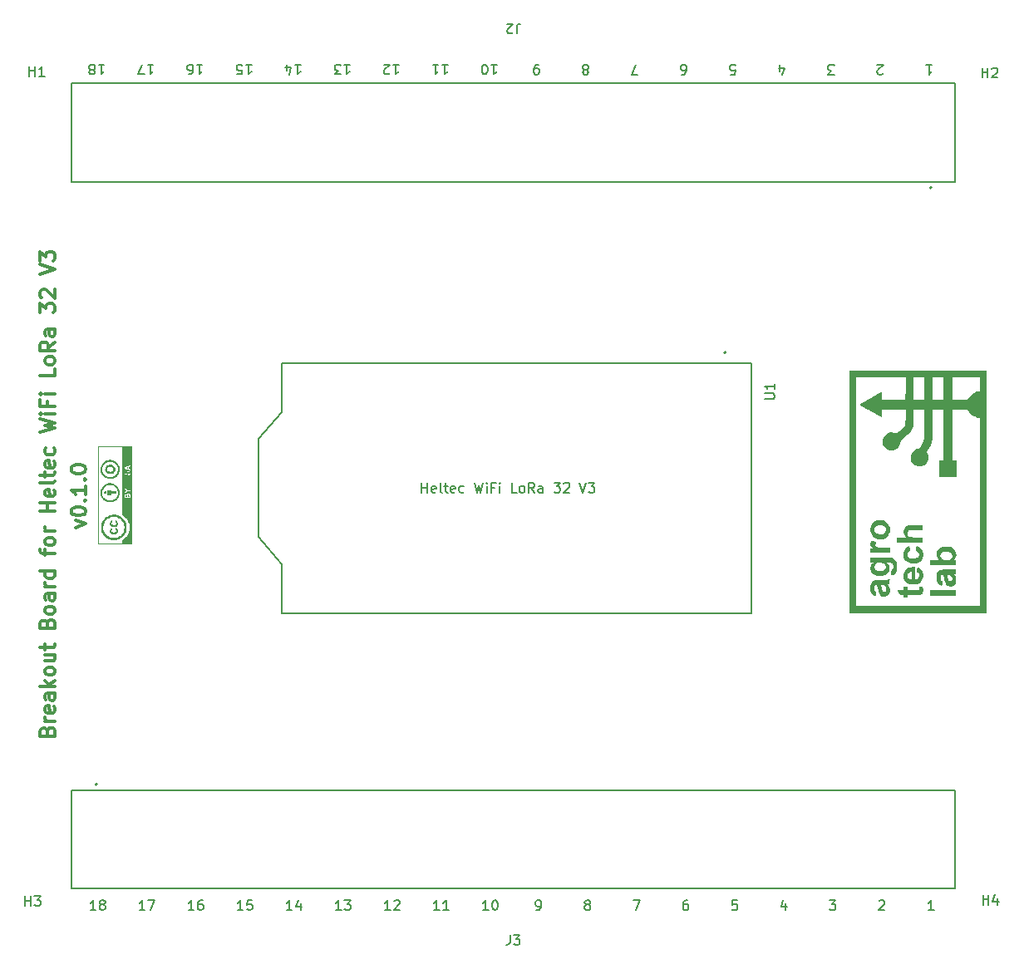
<source format=gbr>
%TF.GenerationSoftware,KiCad,Pcbnew,9.0.1*%
%TF.CreationDate,2025-05-27T14:39:04-03:00*%
%TF.ProjectId,breakout_heltec_wifi_lora_32_v3,62726561-6b6f-4757-945f-68656c746563,v0.1.0*%
%TF.SameCoordinates,Original*%
%TF.FileFunction,Legend,Top*%
%TF.FilePolarity,Positive*%
%FSLAX46Y46*%
G04 Gerber Fmt 4.6, Leading zero omitted, Abs format (unit mm)*
G04 Created by KiCad (PCBNEW 9.0.1) date 2025-05-27 14:39:04*
%MOMM*%
%LPD*%
G01*
G04 APERTURE LIST*
%ADD10C,0.150000*%
%ADD11C,0.300000*%
%ADD12C,0.200000*%
%ADD13C,0.000000*%
%ADD14C,0.127000*%
G04 APERTURE END LIST*
D10*
X138479523Y-138434819D02*
X137908095Y-138434819D01*
X138193809Y-138434819D02*
X138193809Y-137434819D01*
X138193809Y-137434819D02*
X138098571Y-137577676D01*
X138098571Y-137577676D02*
X138003333Y-137672914D01*
X138003333Y-137672914D02*
X137908095Y-137720533D01*
X139431904Y-138434819D02*
X138860476Y-138434819D01*
X139146190Y-138434819D02*
X139146190Y-137434819D01*
X139146190Y-137434819D02*
X139050952Y-137577676D01*
X139050952Y-137577676D02*
X138955714Y-137672914D01*
X138955714Y-137672914D02*
X138860476Y-137720533D01*
X103479523Y-138434819D02*
X102908095Y-138434819D01*
X103193809Y-138434819D02*
X103193809Y-137434819D01*
X103193809Y-137434819D02*
X103098571Y-137577676D01*
X103098571Y-137577676D02*
X103003333Y-137672914D01*
X103003333Y-137672914D02*
X102908095Y-137720533D01*
X104050952Y-137863390D02*
X103955714Y-137815771D01*
X103955714Y-137815771D02*
X103908095Y-137768152D01*
X103908095Y-137768152D02*
X103860476Y-137672914D01*
X103860476Y-137672914D02*
X103860476Y-137625295D01*
X103860476Y-137625295D02*
X103908095Y-137530057D01*
X103908095Y-137530057D02*
X103955714Y-137482438D01*
X103955714Y-137482438D02*
X104050952Y-137434819D01*
X104050952Y-137434819D02*
X104241428Y-137434819D01*
X104241428Y-137434819D02*
X104336666Y-137482438D01*
X104336666Y-137482438D02*
X104384285Y-137530057D01*
X104384285Y-137530057D02*
X104431904Y-137625295D01*
X104431904Y-137625295D02*
X104431904Y-137672914D01*
X104431904Y-137672914D02*
X104384285Y-137768152D01*
X104384285Y-137768152D02*
X104336666Y-137815771D01*
X104336666Y-137815771D02*
X104241428Y-137863390D01*
X104241428Y-137863390D02*
X104050952Y-137863390D01*
X104050952Y-137863390D02*
X103955714Y-137911009D01*
X103955714Y-137911009D02*
X103908095Y-137958628D01*
X103908095Y-137958628D02*
X103860476Y-138053866D01*
X103860476Y-138053866D02*
X103860476Y-138244342D01*
X103860476Y-138244342D02*
X103908095Y-138339580D01*
X103908095Y-138339580D02*
X103955714Y-138387200D01*
X103955714Y-138387200D02*
X104050952Y-138434819D01*
X104050952Y-138434819D02*
X104241428Y-138434819D01*
X104241428Y-138434819D02*
X104336666Y-138387200D01*
X104336666Y-138387200D02*
X104384285Y-138339580D01*
X104384285Y-138339580D02*
X104431904Y-138244342D01*
X104431904Y-138244342D02*
X104431904Y-138053866D01*
X104431904Y-138053866D02*
X104384285Y-137958628D01*
X104384285Y-137958628D02*
X104336666Y-137911009D01*
X104336666Y-137911009D02*
X104241428Y-137863390D01*
X183274286Y-137540057D02*
X183321905Y-137492438D01*
X183321905Y-137492438D02*
X183417143Y-137444819D01*
X183417143Y-137444819D02*
X183655238Y-137444819D01*
X183655238Y-137444819D02*
X183750476Y-137492438D01*
X183750476Y-137492438D02*
X183798095Y-137540057D01*
X183798095Y-137540057D02*
X183845714Y-137635295D01*
X183845714Y-137635295D02*
X183845714Y-137730533D01*
X183845714Y-137730533D02*
X183798095Y-137873390D01*
X183798095Y-137873390D02*
X183226667Y-138444819D01*
X183226667Y-138444819D02*
X183845714Y-138444819D01*
X168798095Y-137444819D02*
X168321905Y-137444819D01*
X168321905Y-137444819D02*
X168274286Y-137921009D01*
X168274286Y-137921009D02*
X168321905Y-137873390D01*
X168321905Y-137873390D02*
X168417143Y-137825771D01*
X168417143Y-137825771D02*
X168655238Y-137825771D01*
X168655238Y-137825771D02*
X168750476Y-137873390D01*
X168750476Y-137873390D02*
X168798095Y-137921009D01*
X168798095Y-137921009D02*
X168845714Y-138016247D01*
X168845714Y-138016247D02*
X168845714Y-138254342D01*
X168845714Y-138254342D02*
X168798095Y-138349580D01*
X168798095Y-138349580D02*
X168750476Y-138397200D01*
X168750476Y-138397200D02*
X168655238Y-138444819D01*
X168655238Y-138444819D02*
X168417143Y-138444819D01*
X168417143Y-138444819D02*
X168321905Y-138397200D01*
X168321905Y-138397200D02*
X168274286Y-138349580D01*
X128479523Y-138434819D02*
X127908095Y-138434819D01*
X128193809Y-138434819D02*
X128193809Y-137434819D01*
X128193809Y-137434819D02*
X128098571Y-137577676D01*
X128098571Y-137577676D02*
X128003333Y-137672914D01*
X128003333Y-137672914D02*
X127908095Y-137720533D01*
X128812857Y-137434819D02*
X129431904Y-137434819D01*
X129431904Y-137434819D02*
X129098571Y-137815771D01*
X129098571Y-137815771D02*
X129241428Y-137815771D01*
X129241428Y-137815771D02*
X129336666Y-137863390D01*
X129336666Y-137863390D02*
X129384285Y-137911009D01*
X129384285Y-137911009D02*
X129431904Y-138006247D01*
X129431904Y-138006247D02*
X129431904Y-138244342D01*
X129431904Y-138244342D02*
X129384285Y-138339580D01*
X129384285Y-138339580D02*
X129336666Y-138387200D01*
X129336666Y-138387200D02*
X129241428Y-138434819D01*
X129241428Y-138434819D02*
X128955714Y-138434819D01*
X128955714Y-138434819D02*
X128860476Y-138387200D01*
X128860476Y-138387200D02*
X128812857Y-138339580D01*
X123760476Y-52285180D02*
X124331904Y-52285180D01*
X124046190Y-52285180D02*
X124046190Y-53285180D01*
X124046190Y-53285180D02*
X124141428Y-53142323D01*
X124141428Y-53142323D02*
X124236666Y-53047085D01*
X124236666Y-53047085D02*
X124331904Y-52999466D01*
X122903333Y-52951847D02*
X122903333Y-52285180D01*
X123141428Y-53332800D02*
X123379523Y-52618514D01*
X123379523Y-52618514D02*
X122760476Y-52618514D01*
X153464762Y-137873390D02*
X153369524Y-137825771D01*
X153369524Y-137825771D02*
X153321905Y-137778152D01*
X153321905Y-137778152D02*
X153274286Y-137682914D01*
X153274286Y-137682914D02*
X153274286Y-137635295D01*
X153274286Y-137635295D02*
X153321905Y-137540057D01*
X153321905Y-137540057D02*
X153369524Y-137492438D01*
X153369524Y-137492438D02*
X153464762Y-137444819D01*
X153464762Y-137444819D02*
X153655238Y-137444819D01*
X153655238Y-137444819D02*
X153750476Y-137492438D01*
X153750476Y-137492438D02*
X153798095Y-137540057D01*
X153798095Y-137540057D02*
X153845714Y-137635295D01*
X153845714Y-137635295D02*
X153845714Y-137682914D01*
X153845714Y-137682914D02*
X153798095Y-137778152D01*
X153798095Y-137778152D02*
X153750476Y-137825771D01*
X153750476Y-137825771D02*
X153655238Y-137873390D01*
X153655238Y-137873390D02*
X153464762Y-137873390D01*
X153464762Y-137873390D02*
X153369524Y-137921009D01*
X153369524Y-137921009D02*
X153321905Y-137968628D01*
X153321905Y-137968628D02*
X153274286Y-138063866D01*
X153274286Y-138063866D02*
X153274286Y-138254342D01*
X153274286Y-138254342D02*
X153321905Y-138349580D01*
X153321905Y-138349580D02*
X153369524Y-138397200D01*
X153369524Y-138397200D02*
X153464762Y-138444819D01*
X153464762Y-138444819D02*
X153655238Y-138444819D01*
X153655238Y-138444819D02*
X153750476Y-138397200D01*
X153750476Y-138397200D02*
X153798095Y-138349580D01*
X153798095Y-138349580D02*
X153845714Y-138254342D01*
X153845714Y-138254342D02*
X153845714Y-138063866D01*
X153845714Y-138063866D02*
X153798095Y-137968628D01*
X153798095Y-137968628D02*
X153750476Y-137921009D01*
X153750476Y-137921009D02*
X153655238Y-137873390D01*
X183645713Y-53209942D02*
X183598094Y-53257561D01*
X183598094Y-53257561D02*
X183502856Y-53305180D01*
X183502856Y-53305180D02*
X183264761Y-53305180D01*
X183264761Y-53305180D02*
X183169523Y-53257561D01*
X183169523Y-53257561D02*
X183121904Y-53209942D01*
X183121904Y-53209942D02*
X183074285Y-53114704D01*
X183074285Y-53114704D02*
X183074285Y-53019466D01*
X183074285Y-53019466D02*
X183121904Y-52876609D01*
X183121904Y-52876609D02*
X183693332Y-52305180D01*
X183693332Y-52305180D02*
X183074285Y-52305180D01*
X188074285Y-52305180D02*
X188645713Y-52305180D01*
X188359999Y-52305180D02*
X188359999Y-53305180D01*
X188359999Y-53305180D02*
X188455237Y-53162323D01*
X188455237Y-53162323D02*
X188550475Y-53067085D01*
X188550475Y-53067085D02*
X188645713Y-53019466D01*
D11*
X98535114Y-120215489D02*
X98606542Y-120001203D01*
X98606542Y-120001203D02*
X98677971Y-119929774D01*
X98677971Y-119929774D02*
X98820828Y-119858346D01*
X98820828Y-119858346D02*
X99035114Y-119858346D01*
X99035114Y-119858346D02*
X99177971Y-119929774D01*
X99177971Y-119929774D02*
X99249400Y-120001203D01*
X99249400Y-120001203D02*
X99320828Y-120144060D01*
X99320828Y-120144060D02*
X99320828Y-120715489D01*
X99320828Y-120715489D02*
X97820828Y-120715489D01*
X97820828Y-120715489D02*
X97820828Y-120215489D01*
X97820828Y-120215489D02*
X97892257Y-120072632D01*
X97892257Y-120072632D02*
X97963685Y-120001203D01*
X97963685Y-120001203D02*
X98106542Y-119929774D01*
X98106542Y-119929774D02*
X98249400Y-119929774D01*
X98249400Y-119929774D02*
X98392257Y-120001203D01*
X98392257Y-120001203D02*
X98463685Y-120072632D01*
X98463685Y-120072632D02*
X98535114Y-120215489D01*
X98535114Y-120215489D02*
X98535114Y-120715489D01*
X99320828Y-119215489D02*
X98320828Y-119215489D01*
X98606542Y-119215489D02*
X98463685Y-119144060D01*
X98463685Y-119144060D02*
X98392257Y-119072632D01*
X98392257Y-119072632D02*
X98320828Y-118929774D01*
X98320828Y-118929774D02*
X98320828Y-118786917D01*
X99249400Y-117715489D02*
X99320828Y-117858346D01*
X99320828Y-117858346D02*
X99320828Y-118144061D01*
X99320828Y-118144061D02*
X99249400Y-118286918D01*
X99249400Y-118286918D02*
X99106542Y-118358346D01*
X99106542Y-118358346D02*
X98535114Y-118358346D01*
X98535114Y-118358346D02*
X98392257Y-118286918D01*
X98392257Y-118286918D02*
X98320828Y-118144061D01*
X98320828Y-118144061D02*
X98320828Y-117858346D01*
X98320828Y-117858346D02*
X98392257Y-117715489D01*
X98392257Y-117715489D02*
X98535114Y-117644061D01*
X98535114Y-117644061D02*
X98677971Y-117644061D01*
X98677971Y-117644061D02*
X98820828Y-118358346D01*
X99320828Y-116358347D02*
X98535114Y-116358347D01*
X98535114Y-116358347D02*
X98392257Y-116429775D01*
X98392257Y-116429775D02*
X98320828Y-116572632D01*
X98320828Y-116572632D02*
X98320828Y-116858347D01*
X98320828Y-116858347D02*
X98392257Y-117001204D01*
X99249400Y-116358347D02*
X99320828Y-116501204D01*
X99320828Y-116501204D02*
X99320828Y-116858347D01*
X99320828Y-116858347D02*
X99249400Y-117001204D01*
X99249400Y-117001204D02*
X99106542Y-117072632D01*
X99106542Y-117072632D02*
X98963685Y-117072632D01*
X98963685Y-117072632D02*
X98820828Y-117001204D01*
X98820828Y-117001204D02*
X98749400Y-116858347D01*
X98749400Y-116858347D02*
X98749400Y-116501204D01*
X98749400Y-116501204D02*
X98677971Y-116358347D01*
X99320828Y-115644061D02*
X97820828Y-115644061D01*
X98749400Y-115501204D02*
X99320828Y-115072632D01*
X98320828Y-115072632D02*
X98892257Y-115644061D01*
X99320828Y-114215489D02*
X99249400Y-114358346D01*
X99249400Y-114358346D02*
X99177971Y-114429775D01*
X99177971Y-114429775D02*
X99035114Y-114501203D01*
X99035114Y-114501203D02*
X98606542Y-114501203D01*
X98606542Y-114501203D02*
X98463685Y-114429775D01*
X98463685Y-114429775D02*
X98392257Y-114358346D01*
X98392257Y-114358346D02*
X98320828Y-114215489D01*
X98320828Y-114215489D02*
X98320828Y-114001203D01*
X98320828Y-114001203D02*
X98392257Y-113858346D01*
X98392257Y-113858346D02*
X98463685Y-113786918D01*
X98463685Y-113786918D02*
X98606542Y-113715489D01*
X98606542Y-113715489D02*
X99035114Y-113715489D01*
X99035114Y-113715489D02*
X99177971Y-113786918D01*
X99177971Y-113786918D02*
X99249400Y-113858346D01*
X99249400Y-113858346D02*
X99320828Y-114001203D01*
X99320828Y-114001203D02*
X99320828Y-114215489D01*
X98320828Y-112429775D02*
X99320828Y-112429775D01*
X98320828Y-113072632D02*
X99106542Y-113072632D01*
X99106542Y-113072632D02*
X99249400Y-113001203D01*
X99249400Y-113001203D02*
X99320828Y-112858346D01*
X99320828Y-112858346D02*
X99320828Y-112644060D01*
X99320828Y-112644060D02*
X99249400Y-112501203D01*
X99249400Y-112501203D02*
X99177971Y-112429775D01*
X98320828Y-111929774D02*
X98320828Y-111358346D01*
X97820828Y-111715489D02*
X99106542Y-111715489D01*
X99106542Y-111715489D02*
X99249400Y-111644060D01*
X99249400Y-111644060D02*
X99320828Y-111501203D01*
X99320828Y-111501203D02*
X99320828Y-111358346D01*
X98535114Y-109215489D02*
X98606542Y-109001203D01*
X98606542Y-109001203D02*
X98677971Y-108929774D01*
X98677971Y-108929774D02*
X98820828Y-108858346D01*
X98820828Y-108858346D02*
X99035114Y-108858346D01*
X99035114Y-108858346D02*
X99177971Y-108929774D01*
X99177971Y-108929774D02*
X99249400Y-109001203D01*
X99249400Y-109001203D02*
X99320828Y-109144060D01*
X99320828Y-109144060D02*
X99320828Y-109715489D01*
X99320828Y-109715489D02*
X97820828Y-109715489D01*
X97820828Y-109715489D02*
X97820828Y-109215489D01*
X97820828Y-109215489D02*
X97892257Y-109072632D01*
X97892257Y-109072632D02*
X97963685Y-109001203D01*
X97963685Y-109001203D02*
X98106542Y-108929774D01*
X98106542Y-108929774D02*
X98249400Y-108929774D01*
X98249400Y-108929774D02*
X98392257Y-109001203D01*
X98392257Y-109001203D02*
X98463685Y-109072632D01*
X98463685Y-109072632D02*
X98535114Y-109215489D01*
X98535114Y-109215489D02*
X98535114Y-109715489D01*
X99320828Y-108001203D02*
X99249400Y-108144060D01*
X99249400Y-108144060D02*
X99177971Y-108215489D01*
X99177971Y-108215489D02*
X99035114Y-108286917D01*
X99035114Y-108286917D02*
X98606542Y-108286917D01*
X98606542Y-108286917D02*
X98463685Y-108215489D01*
X98463685Y-108215489D02*
X98392257Y-108144060D01*
X98392257Y-108144060D02*
X98320828Y-108001203D01*
X98320828Y-108001203D02*
X98320828Y-107786917D01*
X98320828Y-107786917D02*
X98392257Y-107644060D01*
X98392257Y-107644060D02*
X98463685Y-107572632D01*
X98463685Y-107572632D02*
X98606542Y-107501203D01*
X98606542Y-107501203D02*
X99035114Y-107501203D01*
X99035114Y-107501203D02*
X99177971Y-107572632D01*
X99177971Y-107572632D02*
X99249400Y-107644060D01*
X99249400Y-107644060D02*
X99320828Y-107786917D01*
X99320828Y-107786917D02*
X99320828Y-108001203D01*
X99320828Y-106215489D02*
X98535114Y-106215489D01*
X98535114Y-106215489D02*
X98392257Y-106286917D01*
X98392257Y-106286917D02*
X98320828Y-106429774D01*
X98320828Y-106429774D02*
X98320828Y-106715489D01*
X98320828Y-106715489D02*
X98392257Y-106858346D01*
X99249400Y-106215489D02*
X99320828Y-106358346D01*
X99320828Y-106358346D02*
X99320828Y-106715489D01*
X99320828Y-106715489D02*
X99249400Y-106858346D01*
X99249400Y-106858346D02*
X99106542Y-106929774D01*
X99106542Y-106929774D02*
X98963685Y-106929774D01*
X98963685Y-106929774D02*
X98820828Y-106858346D01*
X98820828Y-106858346D02*
X98749400Y-106715489D01*
X98749400Y-106715489D02*
X98749400Y-106358346D01*
X98749400Y-106358346D02*
X98677971Y-106215489D01*
X99320828Y-105501203D02*
X98320828Y-105501203D01*
X98606542Y-105501203D02*
X98463685Y-105429774D01*
X98463685Y-105429774D02*
X98392257Y-105358346D01*
X98392257Y-105358346D02*
X98320828Y-105215488D01*
X98320828Y-105215488D02*
X98320828Y-105072631D01*
X99320828Y-103929775D02*
X97820828Y-103929775D01*
X99249400Y-103929775D02*
X99320828Y-104072632D01*
X99320828Y-104072632D02*
X99320828Y-104358346D01*
X99320828Y-104358346D02*
X99249400Y-104501203D01*
X99249400Y-104501203D02*
X99177971Y-104572632D01*
X99177971Y-104572632D02*
X99035114Y-104644060D01*
X99035114Y-104644060D02*
X98606542Y-104644060D01*
X98606542Y-104644060D02*
X98463685Y-104572632D01*
X98463685Y-104572632D02*
X98392257Y-104501203D01*
X98392257Y-104501203D02*
X98320828Y-104358346D01*
X98320828Y-104358346D02*
X98320828Y-104072632D01*
X98320828Y-104072632D02*
X98392257Y-103929775D01*
X98320828Y-102286917D02*
X98320828Y-101715489D01*
X99320828Y-102072632D02*
X98035114Y-102072632D01*
X98035114Y-102072632D02*
X97892257Y-102001203D01*
X97892257Y-102001203D02*
X97820828Y-101858346D01*
X97820828Y-101858346D02*
X97820828Y-101715489D01*
X99320828Y-101001203D02*
X99249400Y-101144060D01*
X99249400Y-101144060D02*
X99177971Y-101215489D01*
X99177971Y-101215489D02*
X99035114Y-101286917D01*
X99035114Y-101286917D02*
X98606542Y-101286917D01*
X98606542Y-101286917D02*
X98463685Y-101215489D01*
X98463685Y-101215489D02*
X98392257Y-101144060D01*
X98392257Y-101144060D02*
X98320828Y-101001203D01*
X98320828Y-101001203D02*
X98320828Y-100786917D01*
X98320828Y-100786917D02*
X98392257Y-100644060D01*
X98392257Y-100644060D02*
X98463685Y-100572632D01*
X98463685Y-100572632D02*
X98606542Y-100501203D01*
X98606542Y-100501203D02*
X99035114Y-100501203D01*
X99035114Y-100501203D02*
X99177971Y-100572632D01*
X99177971Y-100572632D02*
X99249400Y-100644060D01*
X99249400Y-100644060D02*
X99320828Y-100786917D01*
X99320828Y-100786917D02*
X99320828Y-101001203D01*
X99320828Y-99858346D02*
X98320828Y-99858346D01*
X98606542Y-99858346D02*
X98463685Y-99786917D01*
X98463685Y-99786917D02*
X98392257Y-99715489D01*
X98392257Y-99715489D02*
X98320828Y-99572631D01*
X98320828Y-99572631D02*
X98320828Y-99429774D01*
X99320828Y-97786918D02*
X97820828Y-97786918D01*
X98535114Y-97786918D02*
X98535114Y-96929775D01*
X99320828Y-96929775D02*
X97820828Y-96929775D01*
X99249400Y-95644060D02*
X99320828Y-95786917D01*
X99320828Y-95786917D02*
X99320828Y-96072632D01*
X99320828Y-96072632D02*
X99249400Y-96215489D01*
X99249400Y-96215489D02*
X99106542Y-96286917D01*
X99106542Y-96286917D02*
X98535114Y-96286917D01*
X98535114Y-96286917D02*
X98392257Y-96215489D01*
X98392257Y-96215489D02*
X98320828Y-96072632D01*
X98320828Y-96072632D02*
X98320828Y-95786917D01*
X98320828Y-95786917D02*
X98392257Y-95644060D01*
X98392257Y-95644060D02*
X98535114Y-95572632D01*
X98535114Y-95572632D02*
X98677971Y-95572632D01*
X98677971Y-95572632D02*
X98820828Y-96286917D01*
X99320828Y-94715489D02*
X99249400Y-94858346D01*
X99249400Y-94858346D02*
X99106542Y-94929775D01*
X99106542Y-94929775D02*
X97820828Y-94929775D01*
X98320828Y-94358346D02*
X98320828Y-93786918D01*
X97820828Y-94144061D02*
X99106542Y-94144061D01*
X99106542Y-94144061D02*
X99249400Y-94072632D01*
X99249400Y-94072632D02*
X99320828Y-93929775D01*
X99320828Y-93929775D02*
X99320828Y-93786918D01*
X99249400Y-92715489D02*
X99320828Y-92858346D01*
X99320828Y-92858346D02*
X99320828Y-93144061D01*
X99320828Y-93144061D02*
X99249400Y-93286918D01*
X99249400Y-93286918D02*
X99106542Y-93358346D01*
X99106542Y-93358346D02*
X98535114Y-93358346D01*
X98535114Y-93358346D02*
X98392257Y-93286918D01*
X98392257Y-93286918D02*
X98320828Y-93144061D01*
X98320828Y-93144061D02*
X98320828Y-92858346D01*
X98320828Y-92858346D02*
X98392257Y-92715489D01*
X98392257Y-92715489D02*
X98535114Y-92644061D01*
X98535114Y-92644061D02*
X98677971Y-92644061D01*
X98677971Y-92644061D02*
X98820828Y-93358346D01*
X99249400Y-91358347D02*
X99320828Y-91501204D01*
X99320828Y-91501204D02*
X99320828Y-91786918D01*
X99320828Y-91786918D02*
X99249400Y-91929775D01*
X99249400Y-91929775D02*
X99177971Y-92001204D01*
X99177971Y-92001204D02*
X99035114Y-92072632D01*
X99035114Y-92072632D02*
X98606542Y-92072632D01*
X98606542Y-92072632D02*
X98463685Y-92001204D01*
X98463685Y-92001204D02*
X98392257Y-91929775D01*
X98392257Y-91929775D02*
X98320828Y-91786918D01*
X98320828Y-91786918D02*
X98320828Y-91501204D01*
X98320828Y-91501204D02*
X98392257Y-91358347D01*
X97820828Y-89715490D02*
X99320828Y-89358347D01*
X99320828Y-89358347D02*
X98249400Y-89072633D01*
X98249400Y-89072633D02*
X99320828Y-88786918D01*
X99320828Y-88786918D02*
X97820828Y-88429776D01*
X99320828Y-87858347D02*
X98320828Y-87858347D01*
X97820828Y-87858347D02*
X97892257Y-87929775D01*
X97892257Y-87929775D02*
X97963685Y-87858347D01*
X97963685Y-87858347D02*
X97892257Y-87786918D01*
X97892257Y-87786918D02*
X97820828Y-87858347D01*
X97820828Y-87858347D02*
X97963685Y-87858347D01*
X98535114Y-86644061D02*
X98535114Y-87144061D01*
X99320828Y-87144061D02*
X97820828Y-87144061D01*
X97820828Y-87144061D02*
X97820828Y-86429775D01*
X99320828Y-85858347D02*
X98320828Y-85858347D01*
X97820828Y-85858347D02*
X97892257Y-85929775D01*
X97892257Y-85929775D02*
X97963685Y-85858347D01*
X97963685Y-85858347D02*
X97892257Y-85786918D01*
X97892257Y-85786918D02*
X97820828Y-85858347D01*
X97820828Y-85858347D02*
X97963685Y-85858347D01*
X99320828Y-83286918D02*
X99320828Y-84001204D01*
X99320828Y-84001204D02*
X97820828Y-84001204D01*
X99320828Y-82572632D02*
X99249400Y-82715489D01*
X99249400Y-82715489D02*
X99177971Y-82786918D01*
X99177971Y-82786918D02*
X99035114Y-82858346D01*
X99035114Y-82858346D02*
X98606542Y-82858346D01*
X98606542Y-82858346D02*
X98463685Y-82786918D01*
X98463685Y-82786918D02*
X98392257Y-82715489D01*
X98392257Y-82715489D02*
X98320828Y-82572632D01*
X98320828Y-82572632D02*
X98320828Y-82358346D01*
X98320828Y-82358346D02*
X98392257Y-82215489D01*
X98392257Y-82215489D02*
X98463685Y-82144061D01*
X98463685Y-82144061D02*
X98606542Y-82072632D01*
X98606542Y-82072632D02*
X99035114Y-82072632D01*
X99035114Y-82072632D02*
X99177971Y-82144061D01*
X99177971Y-82144061D02*
X99249400Y-82215489D01*
X99249400Y-82215489D02*
X99320828Y-82358346D01*
X99320828Y-82358346D02*
X99320828Y-82572632D01*
X99320828Y-80572632D02*
X98606542Y-81072632D01*
X99320828Y-81429775D02*
X97820828Y-81429775D01*
X97820828Y-81429775D02*
X97820828Y-80858346D01*
X97820828Y-80858346D02*
X97892257Y-80715489D01*
X97892257Y-80715489D02*
X97963685Y-80644060D01*
X97963685Y-80644060D02*
X98106542Y-80572632D01*
X98106542Y-80572632D02*
X98320828Y-80572632D01*
X98320828Y-80572632D02*
X98463685Y-80644060D01*
X98463685Y-80644060D02*
X98535114Y-80715489D01*
X98535114Y-80715489D02*
X98606542Y-80858346D01*
X98606542Y-80858346D02*
X98606542Y-81429775D01*
X99320828Y-79286918D02*
X98535114Y-79286918D01*
X98535114Y-79286918D02*
X98392257Y-79358346D01*
X98392257Y-79358346D02*
X98320828Y-79501203D01*
X98320828Y-79501203D02*
X98320828Y-79786918D01*
X98320828Y-79786918D02*
X98392257Y-79929775D01*
X99249400Y-79286918D02*
X99320828Y-79429775D01*
X99320828Y-79429775D02*
X99320828Y-79786918D01*
X99320828Y-79786918D02*
X99249400Y-79929775D01*
X99249400Y-79929775D02*
X99106542Y-80001203D01*
X99106542Y-80001203D02*
X98963685Y-80001203D01*
X98963685Y-80001203D02*
X98820828Y-79929775D01*
X98820828Y-79929775D02*
X98749400Y-79786918D01*
X98749400Y-79786918D02*
X98749400Y-79429775D01*
X98749400Y-79429775D02*
X98677971Y-79286918D01*
X97820828Y-77572632D02*
X97820828Y-76644060D01*
X97820828Y-76644060D02*
X98392257Y-77144060D01*
X98392257Y-77144060D02*
X98392257Y-76929775D01*
X98392257Y-76929775D02*
X98463685Y-76786918D01*
X98463685Y-76786918D02*
X98535114Y-76715489D01*
X98535114Y-76715489D02*
X98677971Y-76644060D01*
X98677971Y-76644060D02*
X99035114Y-76644060D01*
X99035114Y-76644060D02*
X99177971Y-76715489D01*
X99177971Y-76715489D02*
X99249400Y-76786918D01*
X99249400Y-76786918D02*
X99320828Y-76929775D01*
X99320828Y-76929775D02*
X99320828Y-77358346D01*
X99320828Y-77358346D02*
X99249400Y-77501203D01*
X99249400Y-77501203D02*
X99177971Y-77572632D01*
X97963685Y-76072632D02*
X97892257Y-76001204D01*
X97892257Y-76001204D02*
X97820828Y-75858347D01*
X97820828Y-75858347D02*
X97820828Y-75501204D01*
X97820828Y-75501204D02*
X97892257Y-75358347D01*
X97892257Y-75358347D02*
X97963685Y-75286918D01*
X97963685Y-75286918D02*
X98106542Y-75215489D01*
X98106542Y-75215489D02*
X98249400Y-75215489D01*
X98249400Y-75215489D02*
X98463685Y-75286918D01*
X98463685Y-75286918D02*
X99320828Y-76144061D01*
X99320828Y-76144061D02*
X99320828Y-75215489D01*
X97820828Y-73644061D02*
X99320828Y-73144061D01*
X99320828Y-73144061D02*
X97820828Y-72644061D01*
X97820828Y-72286919D02*
X97820828Y-71358347D01*
X97820828Y-71358347D02*
X98392257Y-71858347D01*
X98392257Y-71858347D02*
X98392257Y-71644062D01*
X98392257Y-71644062D02*
X98463685Y-71501205D01*
X98463685Y-71501205D02*
X98535114Y-71429776D01*
X98535114Y-71429776D02*
X98677971Y-71358347D01*
X98677971Y-71358347D02*
X99035114Y-71358347D01*
X99035114Y-71358347D02*
X99177971Y-71429776D01*
X99177971Y-71429776D02*
X99249400Y-71501205D01*
X99249400Y-71501205D02*
X99320828Y-71644062D01*
X99320828Y-71644062D02*
X99320828Y-72072633D01*
X99320828Y-72072633D02*
X99249400Y-72215490D01*
X99249400Y-72215490D02*
X99177971Y-72286919D01*
D10*
X168121904Y-53305180D02*
X168598094Y-53305180D01*
X168598094Y-53305180D02*
X168645713Y-52828990D01*
X168645713Y-52828990D02*
X168598094Y-52876609D01*
X168598094Y-52876609D02*
X168502856Y-52924228D01*
X168502856Y-52924228D02*
X168264761Y-52924228D01*
X168264761Y-52924228D02*
X168169523Y-52876609D01*
X168169523Y-52876609D02*
X168121904Y-52828990D01*
X168121904Y-52828990D02*
X168074285Y-52733752D01*
X168074285Y-52733752D02*
X168074285Y-52495657D01*
X168074285Y-52495657D02*
X168121904Y-52400419D01*
X168121904Y-52400419D02*
X168169523Y-52352800D01*
X168169523Y-52352800D02*
X168264761Y-52305180D01*
X168264761Y-52305180D02*
X168502856Y-52305180D01*
X168502856Y-52305180D02*
X168598094Y-52352800D01*
X168598094Y-52352800D02*
X168645713Y-52400419D01*
X178693332Y-53305180D02*
X178074285Y-53305180D01*
X178074285Y-53305180D02*
X178407618Y-52924228D01*
X178407618Y-52924228D02*
X178264761Y-52924228D01*
X178264761Y-52924228D02*
X178169523Y-52876609D01*
X178169523Y-52876609D02*
X178121904Y-52828990D01*
X178121904Y-52828990D02*
X178074285Y-52733752D01*
X178074285Y-52733752D02*
X178074285Y-52495657D01*
X178074285Y-52495657D02*
X178121904Y-52400419D01*
X178121904Y-52400419D02*
X178169523Y-52352800D01*
X178169523Y-52352800D02*
X178264761Y-52305180D01*
X178264761Y-52305180D02*
X178550475Y-52305180D01*
X178550475Y-52305180D02*
X178645713Y-52352800D01*
X178645713Y-52352800D02*
X178693332Y-52400419D01*
X163169523Y-53305180D02*
X163359999Y-53305180D01*
X163359999Y-53305180D02*
X163455237Y-53257561D01*
X163455237Y-53257561D02*
X163502856Y-53209942D01*
X163502856Y-53209942D02*
X163598094Y-53067085D01*
X163598094Y-53067085D02*
X163645713Y-52876609D01*
X163645713Y-52876609D02*
X163645713Y-52495657D01*
X163645713Y-52495657D02*
X163598094Y-52400419D01*
X163598094Y-52400419D02*
X163550475Y-52352800D01*
X163550475Y-52352800D02*
X163455237Y-52305180D01*
X163455237Y-52305180D02*
X163264761Y-52305180D01*
X163264761Y-52305180D02*
X163169523Y-52352800D01*
X163169523Y-52352800D02*
X163121904Y-52400419D01*
X163121904Y-52400419D02*
X163074285Y-52495657D01*
X163074285Y-52495657D02*
X163074285Y-52733752D01*
X163074285Y-52733752D02*
X163121904Y-52828990D01*
X163121904Y-52828990D02*
X163169523Y-52876609D01*
X163169523Y-52876609D02*
X163264761Y-52924228D01*
X163264761Y-52924228D02*
X163455237Y-52924228D01*
X163455237Y-52924228D02*
X163550475Y-52876609D01*
X163550475Y-52876609D02*
X163598094Y-52828990D01*
X163598094Y-52828990D02*
X163645713Y-52733752D01*
X173169523Y-52971847D02*
X173169523Y-52305180D01*
X173407618Y-53352800D02*
X173645713Y-52638514D01*
X173645713Y-52638514D02*
X173026666Y-52638514D01*
X148550475Y-52305180D02*
X148359999Y-52305180D01*
X148359999Y-52305180D02*
X148264761Y-52352800D01*
X148264761Y-52352800D02*
X148217142Y-52400419D01*
X148217142Y-52400419D02*
X148121904Y-52543276D01*
X148121904Y-52543276D02*
X148074285Y-52733752D01*
X148074285Y-52733752D02*
X148074285Y-53114704D01*
X148074285Y-53114704D02*
X148121904Y-53209942D01*
X148121904Y-53209942D02*
X148169523Y-53257561D01*
X148169523Y-53257561D02*
X148264761Y-53305180D01*
X148264761Y-53305180D02*
X148455237Y-53305180D01*
X148455237Y-53305180D02*
X148550475Y-53257561D01*
X148550475Y-53257561D02*
X148598094Y-53209942D01*
X148598094Y-53209942D02*
X148645713Y-53114704D01*
X148645713Y-53114704D02*
X148645713Y-52876609D01*
X148645713Y-52876609D02*
X148598094Y-52781371D01*
X148598094Y-52781371D02*
X148550475Y-52733752D01*
X148550475Y-52733752D02*
X148455237Y-52686133D01*
X148455237Y-52686133D02*
X148264761Y-52686133D01*
X148264761Y-52686133D02*
X148169523Y-52733752D01*
X148169523Y-52733752D02*
X148121904Y-52781371D01*
X148121904Y-52781371D02*
X148074285Y-52876609D01*
X178226667Y-137444819D02*
X178845714Y-137444819D01*
X178845714Y-137444819D02*
X178512381Y-137825771D01*
X178512381Y-137825771D02*
X178655238Y-137825771D01*
X178655238Y-137825771D02*
X178750476Y-137873390D01*
X178750476Y-137873390D02*
X178798095Y-137921009D01*
X178798095Y-137921009D02*
X178845714Y-138016247D01*
X178845714Y-138016247D02*
X178845714Y-138254342D01*
X178845714Y-138254342D02*
X178798095Y-138349580D01*
X178798095Y-138349580D02*
X178750476Y-138397200D01*
X178750476Y-138397200D02*
X178655238Y-138444819D01*
X178655238Y-138444819D02*
X178369524Y-138444819D01*
X178369524Y-138444819D02*
X178274286Y-138397200D01*
X178274286Y-138397200D02*
X178226667Y-138349580D01*
X133479523Y-138434819D02*
X132908095Y-138434819D01*
X133193809Y-138434819D02*
X133193809Y-137434819D01*
X133193809Y-137434819D02*
X133098571Y-137577676D01*
X133098571Y-137577676D02*
X133003333Y-137672914D01*
X133003333Y-137672914D02*
X132908095Y-137720533D01*
X133860476Y-137530057D02*
X133908095Y-137482438D01*
X133908095Y-137482438D02*
X134003333Y-137434819D01*
X134003333Y-137434819D02*
X134241428Y-137434819D01*
X134241428Y-137434819D02*
X134336666Y-137482438D01*
X134336666Y-137482438D02*
X134384285Y-137530057D01*
X134384285Y-137530057D02*
X134431904Y-137625295D01*
X134431904Y-137625295D02*
X134431904Y-137720533D01*
X134431904Y-137720533D02*
X134384285Y-137863390D01*
X134384285Y-137863390D02*
X133812857Y-138434819D01*
X133812857Y-138434819D02*
X134431904Y-138434819D01*
X103760476Y-52285180D02*
X104331904Y-52285180D01*
X104046190Y-52285180D02*
X104046190Y-53285180D01*
X104046190Y-53285180D02*
X104141428Y-53142323D01*
X104141428Y-53142323D02*
X104236666Y-53047085D01*
X104236666Y-53047085D02*
X104331904Y-52999466D01*
X103189047Y-52856609D02*
X103284285Y-52904228D01*
X103284285Y-52904228D02*
X103331904Y-52951847D01*
X103331904Y-52951847D02*
X103379523Y-53047085D01*
X103379523Y-53047085D02*
X103379523Y-53094704D01*
X103379523Y-53094704D02*
X103331904Y-53189942D01*
X103331904Y-53189942D02*
X103284285Y-53237561D01*
X103284285Y-53237561D02*
X103189047Y-53285180D01*
X103189047Y-53285180D02*
X102998571Y-53285180D01*
X102998571Y-53285180D02*
X102903333Y-53237561D01*
X102903333Y-53237561D02*
X102855714Y-53189942D01*
X102855714Y-53189942D02*
X102808095Y-53094704D01*
X102808095Y-53094704D02*
X102808095Y-53047085D01*
X102808095Y-53047085D02*
X102855714Y-52951847D01*
X102855714Y-52951847D02*
X102903333Y-52904228D01*
X102903333Y-52904228D02*
X102998571Y-52856609D01*
X102998571Y-52856609D02*
X103189047Y-52856609D01*
X103189047Y-52856609D02*
X103284285Y-52808990D01*
X103284285Y-52808990D02*
X103331904Y-52761371D01*
X103331904Y-52761371D02*
X103379523Y-52666133D01*
X103379523Y-52666133D02*
X103379523Y-52475657D01*
X103379523Y-52475657D02*
X103331904Y-52380419D01*
X103331904Y-52380419D02*
X103284285Y-52332800D01*
X103284285Y-52332800D02*
X103189047Y-52285180D01*
X103189047Y-52285180D02*
X102998571Y-52285180D01*
X102998571Y-52285180D02*
X102903333Y-52332800D01*
X102903333Y-52332800D02*
X102855714Y-52380419D01*
X102855714Y-52380419D02*
X102808095Y-52475657D01*
X102808095Y-52475657D02*
X102808095Y-52666133D01*
X102808095Y-52666133D02*
X102855714Y-52761371D01*
X102855714Y-52761371D02*
X102903333Y-52808990D01*
X102903333Y-52808990D02*
X102998571Y-52856609D01*
X158226667Y-137444819D02*
X158893333Y-137444819D01*
X158893333Y-137444819D02*
X158464762Y-138444819D01*
X148369524Y-138444819D02*
X148560000Y-138444819D01*
X148560000Y-138444819D02*
X148655238Y-138397200D01*
X148655238Y-138397200D02*
X148702857Y-138349580D01*
X148702857Y-138349580D02*
X148798095Y-138206723D01*
X148798095Y-138206723D02*
X148845714Y-138016247D01*
X148845714Y-138016247D02*
X148845714Y-137635295D01*
X148845714Y-137635295D02*
X148798095Y-137540057D01*
X148798095Y-137540057D02*
X148750476Y-137492438D01*
X148750476Y-137492438D02*
X148655238Y-137444819D01*
X148655238Y-137444819D02*
X148464762Y-137444819D01*
X148464762Y-137444819D02*
X148369524Y-137492438D01*
X148369524Y-137492438D02*
X148321905Y-137540057D01*
X148321905Y-137540057D02*
X148274286Y-137635295D01*
X148274286Y-137635295D02*
X148274286Y-137873390D01*
X148274286Y-137873390D02*
X148321905Y-137968628D01*
X148321905Y-137968628D02*
X148369524Y-138016247D01*
X148369524Y-138016247D02*
X148464762Y-138063866D01*
X148464762Y-138063866D02*
X148655238Y-138063866D01*
X148655238Y-138063866D02*
X148750476Y-138016247D01*
X148750476Y-138016247D02*
X148798095Y-137968628D01*
X148798095Y-137968628D02*
X148845714Y-137873390D01*
D11*
X101460828Y-99448346D02*
X102460828Y-99091203D01*
X102460828Y-99091203D02*
X101460828Y-98734060D01*
X100960828Y-97876917D02*
X100960828Y-97734060D01*
X100960828Y-97734060D02*
X101032257Y-97591203D01*
X101032257Y-97591203D02*
X101103685Y-97519775D01*
X101103685Y-97519775D02*
X101246542Y-97448346D01*
X101246542Y-97448346D02*
X101532257Y-97376917D01*
X101532257Y-97376917D02*
X101889400Y-97376917D01*
X101889400Y-97376917D02*
X102175114Y-97448346D01*
X102175114Y-97448346D02*
X102317971Y-97519775D01*
X102317971Y-97519775D02*
X102389400Y-97591203D01*
X102389400Y-97591203D02*
X102460828Y-97734060D01*
X102460828Y-97734060D02*
X102460828Y-97876917D01*
X102460828Y-97876917D02*
X102389400Y-98019775D01*
X102389400Y-98019775D02*
X102317971Y-98091203D01*
X102317971Y-98091203D02*
X102175114Y-98162632D01*
X102175114Y-98162632D02*
X101889400Y-98234060D01*
X101889400Y-98234060D02*
X101532257Y-98234060D01*
X101532257Y-98234060D02*
X101246542Y-98162632D01*
X101246542Y-98162632D02*
X101103685Y-98091203D01*
X101103685Y-98091203D02*
X101032257Y-98019775D01*
X101032257Y-98019775D02*
X100960828Y-97876917D01*
X102317971Y-96734061D02*
X102389400Y-96662632D01*
X102389400Y-96662632D02*
X102460828Y-96734061D01*
X102460828Y-96734061D02*
X102389400Y-96805489D01*
X102389400Y-96805489D02*
X102317971Y-96734061D01*
X102317971Y-96734061D02*
X102460828Y-96734061D01*
X102460828Y-95234060D02*
X102460828Y-96091203D01*
X102460828Y-95662632D02*
X100960828Y-95662632D01*
X100960828Y-95662632D02*
X101175114Y-95805489D01*
X101175114Y-95805489D02*
X101317971Y-95948346D01*
X101317971Y-95948346D02*
X101389400Y-96091203D01*
X102317971Y-94591204D02*
X102389400Y-94519775D01*
X102389400Y-94519775D02*
X102460828Y-94591204D01*
X102460828Y-94591204D02*
X102389400Y-94662632D01*
X102389400Y-94662632D02*
X102317971Y-94591204D01*
X102317971Y-94591204D02*
X102460828Y-94591204D01*
X100960828Y-93591203D02*
X100960828Y-93448346D01*
X100960828Y-93448346D02*
X101032257Y-93305489D01*
X101032257Y-93305489D02*
X101103685Y-93234061D01*
X101103685Y-93234061D02*
X101246542Y-93162632D01*
X101246542Y-93162632D02*
X101532257Y-93091203D01*
X101532257Y-93091203D02*
X101889400Y-93091203D01*
X101889400Y-93091203D02*
X102175114Y-93162632D01*
X102175114Y-93162632D02*
X102317971Y-93234061D01*
X102317971Y-93234061D02*
X102389400Y-93305489D01*
X102389400Y-93305489D02*
X102460828Y-93448346D01*
X102460828Y-93448346D02*
X102460828Y-93591203D01*
X102460828Y-93591203D02*
X102389400Y-93734061D01*
X102389400Y-93734061D02*
X102317971Y-93805489D01*
X102317971Y-93805489D02*
X102175114Y-93876918D01*
X102175114Y-93876918D02*
X101889400Y-93948346D01*
X101889400Y-93948346D02*
X101532257Y-93948346D01*
X101532257Y-93948346D02*
X101246542Y-93876918D01*
X101246542Y-93876918D02*
X101103685Y-93805489D01*
X101103685Y-93805489D02*
X101032257Y-93734061D01*
X101032257Y-93734061D02*
X100960828Y-93591203D01*
D10*
X143479523Y-138434819D02*
X142908095Y-138434819D01*
X143193809Y-138434819D02*
X143193809Y-137434819D01*
X143193809Y-137434819D02*
X143098571Y-137577676D01*
X143098571Y-137577676D02*
X143003333Y-137672914D01*
X143003333Y-137672914D02*
X142908095Y-137720533D01*
X144098571Y-137434819D02*
X144193809Y-137434819D01*
X144193809Y-137434819D02*
X144289047Y-137482438D01*
X144289047Y-137482438D02*
X144336666Y-137530057D01*
X144336666Y-137530057D02*
X144384285Y-137625295D01*
X144384285Y-137625295D02*
X144431904Y-137815771D01*
X144431904Y-137815771D02*
X144431904Y-138053866D01*
X144431904Y-138053866D02*
X144384285Y-138244342D01*
X144384285Y-138244342D02*
X144336666Y-138339580D01*
X144336666Y-138339580D02*
X144289047Y-138387200D01*
X144289047Y-138387200D02*
X144193809Y-138434819D01*
X144193809Y-138434819D02*
X144098571Y-138434819D01*
X144098571Y-138434819D02*
X144003333Y-138387200D01*
X144003333Y-138387200D02*
X143955714Y-138339580D01*
X143955714Y-138339580D02*
X143908095Y-138244342D01*
X143908095Y-138244342D02*
X143860476Y-138053866D01*
X143860476Y-138053866D02*
X143860476Y-137815771D01*
X143860476Y-137815771D02*
X143908095Y-137625295D01*
X143908095Y-137625295D02*
X143955714Y-137530057D01*
X143955714Y-137530057D02*
X144003333Y-137482438D01*
X144003333Y-137482438D02*
X144098571Y-137434819D01*
X118760476Y-52285180D02*
X119331904Y-52285180D01*
X119046190Y-52285180D02*
X119046190Y-53285180D01*
X119046190Y-53285180D02*
X119141428Y-53142323D01*
X119141428Y-53142323D02*
X119236666Y-53047085D01*
X119236666Y-53047085D02*
X119331904Y-52999466D01*
X117855714Y-53285180D02*
X118331904Y-53285180D01*
X118331904Y-53285180D02*
X118379523Y-52808990D01*
X118379523Y-52808990D02*
X118331904Y-52856609D01*
X118331904Y-52856609D02*
X118236666Y-52904228D01*
X118236666Y-52904228D02*
X117998571Y-52904228D01*
X117998571Y-52904228D02*
X117903333Y-52856609D01*
X117903333Y-52856609D02*
X117855714Y-52808990D01*
X117855714Y-52808990D02*
X117808095Y-52713752D01*
X117808095Y-52713752D02*
X117808095Y-52475657D01*
X117808095Y-52475657D02*
X117855714Y-52380419D01*
X117855714Y-52380419D02*
X117903333Y-52332800D01*
X117903333Y-52332800D02*
X117998571Y-52285180D01*
X117998571Y-52285180D02*
X118236666Y-52285180D01*
X118236666Y-52285180D02*
X118331904Y-52332800D01*
X118331904Y-52332800D02*
X118379523Y-52380419D01*
X108760476Y-52285180D02*
X109331904Y-52285180D01*
X109046190Y-52285180D02*
X109046190Y-53285180D01*
X109046190Y-53285180D02*
X109141428Y-53142323D01*
X109141428Y-53142323D02*
X109236666Y-53047085D01*
X109236666Y-53047085D02*
X109331904Y-52999466D01*
X108427142Y-53285180D02*
X107760476Y-53285180D01*
X107760476Y-53285180D02*
X108189047Y-52285180D01*
X123479523Y-138434819D02*
X122908095Y-138434819D01*
X123193809Y-138434819D02*
X123193809Y-137434819D01*
X123193809Y-137434819D02*
X123098571Y-137577676D01*
X123098571Y-137577676D02*
X123003333Y-137672914D01*
X123003333Y-137672914D02*
X122908095Y-137720533D01*
X124336666Y-137768152D02*
X124336666Y-138434819D01*
X124098571Y-137387200D02*
X123860476Y-138101485D01*
X123860476Y-138101485D02*
X124479523Y-138101485D01*
X128760476Y-52285180D02*
X129331904Y-52285180D01*
X129046190Y-52285180D02*
X129046190Y-53285180D01*
X129046190Y-53285180D02*
X129141428Y-53142323D01*
X129141428Y-53142323D02*
X129236666Y-53047085D01*
X129236666Y-53047085D02*
X129331904Y-52999466D01*
X128427142Y-53285180D02*
X127808095Y-53285180D01*
X127808095Y-53285180D02*
X128141428Y-52904228D01*
X128141428Y-52904228D02*
X127998571Y-52904228D01*
X127998571Y-52904228D02*
X127903333Y-52856609D01*
X127903333Y-52856609D02*
X127855714Y-52808990D01*
X127855714Y-52808990D02*
X127808095Y-52713752D01*
X127808095Y-52713752D02*
X127808095Y-52475657D01*
X127808095Y-52475657D02*
X127855714Y-52380419D01*
X127855714Y-52380419D02*
X127903333Y-52332800D01*
X127903333Y-52332800D02*
X127998571Y-52285180D01*
X127998571Y-52285180D02*
X128284285Y-52285180D01*
X128284285Y-52285180D02*
X128379523Y-52332800D01*
X128379523Y-52332800D02*
X128427142Y-52380419D01*
X133760476Y-52285180D02*
X134331904Y-52285180D01*
X134046190Y-52285180D02*
X134046190Y-53285180D01*
X134046190Y-53285180D02*
X134141428Y-53142323D01*
X134141428Y-53142323D02*
X134236666Y-53047085D01*
X134236666Y-53047085D02*
X134331904Y-52999466D01*
X133379523Y-53189942D02*
X133331904Y-53237561D01*
X133331904Y-53237561D02*
X133236666Y-53285180D01*
X133236666Y-53285180D02*
X132998571Y-53285180D01*
X132998571Y-53285180D02*
X132903333Y-53237561D01*
X132903333Y-53237561D02*
X132855714Y-53189942D01*
X132855714Y-53189942D02*
X132808095Y-53094704D01*
X132808095Y-53094704D02*
X132808095Y-52999466D01*
X132808095Y-52999466D02*
X132855714Y-52856609D01*
X132855714Y-52856609D02*
X133427142Y-52285180D01*
X133427142Y-52285180D02*
X132808095Y-52285180D01*
X108479523Y-138434819D02*
X107908095Y-138434819D01*
X108193809Y-138434819D02*
X108193809Y-137434819D01*
X108193809Y-137434819D02*
X108098571Y-137577676D01*
X108098571Y-137577676D02*
X108003333Y-137672914D01*
X108003333Y-137672914D02*
X107908095Y-137720533D01*
X108812857Y-137434819D02*
X109479523Y-137434819D01*
X109479523Y-137434819D02*
X109050952Y-138434819D01*
X163750476Y-137444819D02*
X163560000Y-137444819D01*
X163560000Y-137444819D02*
X163464762Y-137492438D01*
X163464762Y-137492438D02*
X163417143Y-137540057D01*
X163417143Y-137540057D02*
X163321905Y-137682914D01*
X163321905Y-137682914D02*
X163274286Y-137873390D01*
X163274286Y-137873390D02*
X163274286Y-138254342D01*
X163274286Y-138254342D02*
X163321905Y-138349580D01*
X163321905Y-138349580D02*
X163369524Y-138397200D01*
X163369524Y-138397200D02*
X163464762Y-138444819D01*
X163464762Y-138444819D02*
X163655238Y-138444819D01*
X163655238Y-138444819D02*
X163750476Y-138397200D01*
X163750476Y-138397200D02*
X163798095Y-138349580D01*
X163798095Y-138349580D02*
X163845714Y-138254342D01*
X163845714Y-138254342D02*
X163845714Y-138016247D01*
X163845714Y-138016247D02*
X163798095Y-137921009D01*
X163798095Y-137921009D02*
X163750476Y-137873390D01*
X163750476Y-137873390D02*
X163655238Y-137825771D01*
X163655238Y-137825771D02*
X163464762Y-137825771D01*
X163464762Y-137825771D02*
X163369524Y-137873390D01*
X163369524Y-137873390D02*
X163321905Y-137921009D01*
X163321905Y-137921009D02*
X163274286Y-138016247D01*
X173750476Y-137778152D02*
X173750476Y-138444819D01*
X173512381Y-137397200D02*
X173274286Y-138111485D01*
X173274286Y-138111485D02*
X173893333Y-138111485D01*
X113479523Y-138434819D02*
X112908095Y-138434819D01*
X113193809Y-138434819D02*
X113193809Y-137434819D01*
X113193809Y-137434819D02*
X113098571Y-137577676D01*
X113098571Y-137577676D02*
X113003333Y-137672914D01*
X113003333Y-137672914D02*
X112908095Y-137720533D01*
X114336666Y-137434819D02*
X114146190Y-137434819D01*
X114146190Y-137434819D02*
X114050952Y-137482438D01*
X114050952Y-137482438D02*
X114003333Y-137530057D01*
X114003333Y-137530057D02*
X113908095Y-137672914D01*
X113908095Y-137672914D02*
X113860476Y-137863390D01*
X113860476Y-137863390D02*
X113860476Y-138244342D01*
X113860476Y-138244342D02*
X113908095Y-138339580D01*
X113908095Y-138339580D02*
X113955714Y-138387200D01*
X113955714Y-138387200D02*
X114050952Y-138434819D01*
X114050952Y-138434819D02*
X114241428Y-138434819D01*
X114241428Y-138434819D02*
X114336666Y-138387200D01*
X114336666Y-138387200D02*
X114384285Y-138339580D01*
X114384285Y-138339580D02*
X114431904Y-138244342D01*
X114431904Y-138244342D02*
X114431904Y-138006247D01*
X114431904Y-138006247D02*
X114384285Y-137911009D01*
X114384285Y-137911009D02*
X114336666Y-137863390D01*
X114336666Y-137863390D02*
X114241428Y-137815771D01*
X114241428Y-137815771D02*
X114050952Y-137815771D01*
X114050952Y-137815771D02*
X113955714Y-137863390D01*
X113955714Y-137863390D02*
X113908095Y-137911009D01*
X113908095Y-137911009D02*
X113860476Y-138006247D01*
X143760476Y-52285180D02*
X144331904Y-52285180D01*
X144046190Y-52285180D02*
X144046190Y-53285180D01*
X144046190Y-53285180D02*
X144141428Y-53142323D01*
X144141428Y-53142323D02*
X144236666Y-53047085D01*
X144236666Y-53047085D02*
X144331904Y-52999466D01*
X143141428Y-53285180D02*
X143046190Y-53285180D01*
X143046190Y-53285180D02*
X142950952Y-53237561D01*
X142950952Y-53237561D02*
X142903333Y-53189942D01*
X142903333Y-53189942D02*
X142855714Y-53094704D01*
X142855714Y-53094704D02*
X142808095Y-52904228D01*
X142808095Y-52904228D02*
X142808095Y-52666133D01*
X142808095Y-52666133D02*
X142855714Y-52475657D01*
X142855714Y-52475657D02*
X142903333Y-52380419D01*
X142903333Y-52380419D02*
X142950952Y-52332800D01*
X142950952Y-52332800D02*
X143046190Y-52285180D01*
X143046190Y-52285180D02*
X143141428Y-52285180D01*
X143141428Y-52285180D02*
X143236666Y-52332800D01*
X143236666Y-52332800D02*
X143284285Y-52380419D01*
X143284285Y-52380419D02*
X143331904Y-52475657D01*
X143331904Y-52475657D02*
X143379523Y-52666133D01*
X143379523Y-52666133D02*
X143379523Y-52904228D01*
X143379523Y-52904228D02*
X143331904Y-53094704D01*
X143331904Y-53094704D02*
X143284285Y-53189942D01*
X143284285Y-53189942D02*
X143236666Y-53237561D01*
X143236666Y-53237561D02*
X143141428Y-53285180D01*
X188845714Y-138444819D02*
X188274286Y-138444819D01*
X188560000Y-138444819D02*
X188560000Y-137444819D01*
X188560000Y-137444819D02*
X188464762Y-137587676D01*
X188464762Y-137587676D02*
X188369524Y-137682914D01*
X188369524Y-137682914D02*
X188274286Y-137730533D01*
X153455237Y-52876609D02*
X153550475Y-52924228D01*
X153550475Y-52924228D02*
X153598094Y-52971847D01*
X153598094Y-52971847D02*
X153645713Y-53067085D01*
X153645713Y-53067085D02*
X153645713Y-53114704D01*
X153645713Y-53114704D02*
X153598094Y-53209942D01*
X153598094Y-53209942D02*
X153550475Y-53257561D01*
X153550475Y-53257561D02*
X153455237Y-53305180D01*
X153455237Y-53305180D02*
X153264761Y-53305180D01*
X153264761Y-53305180D02*
X153169523Y-53257561D01*
X153169523Y-53257561D02*
X153121904Y-53209942D01*
X153121904Y-53209942D02*
X153074285Y-53114704D01*
X153074285Y-53114704D02*
X153074285Y-53067085D01*
X153074285Y-53067085D02*
X153121904Y-52971847D01*
X153121904Y-52971847D02*
X153169523Y-52924228D01*
X153169523Y-52924228D02*
X153264761Y-52876609D01*
X153264761Y-52876609D02*
X153455237Y-52876609D01*
X153455237Y-52876609D02*
X153550475Y-52828990D01*
X153550475Y-52828990D02*
X153598094Y-52781371D01*
X153598094Y-52781371D02*
X153645713Y-52686133D01*
X153645713Y-52686133D02*
X153645713Y-52495657D01*
X153645713Y-52495657D02*
X153598094Y-52400419D01*
X153598094Y-52400419D02*
X153550475Y-52352800D01*
X153550475Y-52352800D02*
X153455237Y-52305180D01*
X153455237Y-52305180D02*
X153264761Y-52305180D01*
X153264761Y-52305180D02*
X153169523Y-52352800D01*
X153169523Y-52352800D02*
X153121904Y-52400419D01*
X153121904Y-52400419D02*
X153074285Y-52495657D01*
X153074285Y-52495657D02*
X153074285Y-52686133D01*
X153074285Y-52686133D02*
X153121904Y-52781371D01*
X153121904Y-52781371D02*
X153169523Y-52828990D01*
X153169523Y-52828990D02*
X153264761Y-52876609D01*
X138760476Y-52285180D02*
X139331904Y-52285180D01*
X139046190Y-52285180D02*
X139046190Y-53285180D01*
X139046190Y-53285180D02*
X139141428Y-53142323D01*
X139141428Y-53142323D02*
X139236666Y-53047085D01*
X139236666Y-53047085D02*
X139331904Y-52999466D01*
X137808095Y-52285180D02*
X138379523Y-52285180D01*
X138093809Y-52285180D02*
X138093809Y-53285180D01*
X138093809Y-53285180D02*
X138189047Y-53142323D01*
X138189047Y-53142323D02*
X138284285Y-53047085D01*
X138284285Y-53047085D02*
X138379523Y-52999466D01*
X113760476Y-52285180D02*
X114331904Y-52285180D01*
X114046190Y-52285180D02*
X114046190Y-53285180D01*
X114046190Y-53285180D02*
X114141428Y-53142323D01*
X114141428Y-53142323D02*
X114236666Y-53047085D01*
X114236666Y-53047085D02*
X114331904Y-52999466D01*
X112903333Y-53285180D02*
X113093809Y-53285180D01*
X113093809Y-53285180D02*
X113189047Y-53237561D01*
X113189047Y-53237561D02*
X113236666Y-53189942D01*
X113236666Y-53189942D02*
X113331904Y-53047085D01*
X113331904Y-53047085D02*
X113379523Y-52856609D01*
X113379523Y-52856609D02*
X113379523Y-52475657D01*
X113379523Y-52475657D02*
X113331904Y-52380419D01*
X113331904Y-52380419D02*
X113284285Y-52332800D01*
X113284285Y-52332800D02*
X113189047Y-52285180D01*
X113189047Y-52285180D02*
X112998571Y-52285180D01*
X112998571Y-52285180D02*
X112903333Y-52332800D01*
X112903333Y-52332800D02*
X112855714Y-52380419D01*
X112855714Y-52380419D02*
X112808095Y-52475657D01*
X112808095Y-52475657D02*
X112808095Y-52713752D01*
X112808095Y-52713752D02*
X112855714Y-52808990D01*
X112855714Y-52808990D02*
X112903333Y-52856609D01*
X112903333Y-52856609D02*
X112998571Y-52904228D01*
X112998571Y-52904228D02*
X113189047Y-52904228D01*
X113189047Y-52904228D02*
X113284285Y-52856609D01*
X113284285Y-52856609D02*
X113331904Y-52808990D01*
X113331904Y-52808990D02*
X113379523Y-52713752D01*
X118479523Y-138434819D02*
X117908095Y-138434819D01*
X118193809Y-138434819D02*
X118193809Y-137434819D01*
X118193809Y-137434819D02*
X118098571Y-137577676D01*
X118098571Y-137577676D02*
X118003333Y-137672914D01*
X118003333Y-137672914D02*
X117908095Y-137720533D01*
X119384285Y-137434819D02*
X118908095Y-137434819D01*
X118908095Y-137434819D02*
X118860476Y-137911009D01*
X118860476Y-137911009D02*
X118908095Y-137863390D01*
X118908095Y-137863390D02*
X119003333Y-137815771D01*
X119003333Y-137815771D02*
X119241428Y-137815771D01*
X119241428Y-137815771D02*
X119336666Y-137863390D01*
X119336666Y-137863390D02*
X119384285Y-137911009D01*
X119384285Y-137911009D02*
X119431904Y-138006247D01*
X119431904Y-138006247D02*
X119431904Y-138244342D01*
X119431904Y-138244342D02*
X119384285Y-138339580D01*
X119384285Y-138339580D02*
X119336666Y-138387200D01*
X119336666Y-138387200D02*
X119241428Y-138434819D01*
X119241428Y-138434819D02*
X119003333Y-138434819D01*
X119003333Y-138434819D02*
X118908095Y-138387200D01*
X118908095Y-138387200D02*
X118860476Y-138339580D01*
X158693332Y-53305180D02*
X158026666Y-53305180D01*
X158026666Y-53305180D02*
X158455237Y-52305180D01*
X171619819Y-86374404D02*
X172429342Y-86374404D01*
X172429342Y-86374404D02*
X172524580Y-86326785D01*
X172524580Y-86326785D02*
X172572200Y-86279166D01*
X172572200Y-86279166D02*
X172619819Y-86183928D01*
X172619819Y-86183928D02*
X172619819Y-85993452D01*
X172619819Y-85993452D02*
X172572200Y-85898214D01*
X172572200Y-85898214D02*
X172524580Y-85850595D01*
X172524580Y-85850595D02*
X172429342Y-85802976D01*
X172429342Y-85802976D02*
X171619819Y-85802976D01*
X172619819Y-84802976D02*
X172619819Y-85374404D01*
X172619819Y-85088690D02*
X171619819Y-85088690D01*
X171619819Y-85088690D02*
X171762676Y-85183928D01*
X171762676Y-85183928D02*
X171857914Y-85279166D01*
X171857914Y-85279166D02*
X171905533Y-85374404D01*
D12*
X136674673Y-95904719D02*
X136674673Y-94904719D01*
X136674673Y-95380909D02*
X137246101Y-95380909D01*
X137246101Y-95904719D02*
X137246101Y-94904719D01*
X138103244Y-95857100D02*
X138008006Y-95904719D01*
X138008006Y-95904719D02*
X137817530Y-95904719D01*
X137817530Y-95904719D02*
X137722292Y-95857100D01*
X137722292Y-95857100D02*
X137674673Y-95761861D01*
X137674673Y-95761861D02*
X137674673Y-95380909D01*
X137674673Y-95380909D02*
X137722292Y-95285671D01*
X137722292Y-95285671D02*
X137817530Y-95238052D01*
X137817530Y-95238052D02*
X138008006Y-95238052D01*
X138008006Y-95238052D02*
X138103244Y-95285671D01*
X138103244Y-95285671D02*
X138150863Y-95380909D01*
X138150863Y-95380909D02*
X138150863Y-95476147D01*
X138150863Y-95476147D02*
X137674673Y-95571385D01*
X138722292Y-95904719D02*
X138627054Y-95857100D01*
X138627054Y-95857100D02*
X138579435Y-95761861D01*
X138579435Y-95761861D02*
X138579435Y-94904719D01*
X138960388Y-95238052D02*
X139341340Y-95238052D01*
X139103245Y-94904719D02*
X139103245Y-95761861D01*
X139103245Y-95761861D02*
X139150864Y-95857100D01*
X139150864Y-95857100D02*
X139246102Y-95904719D01*
X139246102Y-95904719D02*
X139341340Y-95904719D01*
X140055626Y-95857100D02*
X139960388Y-95904719D01*
X139960388Y-95904719D02*
X139769912Y-95904719D01*
X139769912Y-95904719D02*
X139674674Y-95857100D01*
X139674674Y-95857100D02*
X139627055Y-95761861D01*
X139627055Y-95761861D02*
X139627055Y-95380909D01*
X139627055Y-95380909D02*
X139674674Y-95285671D01*
X139674674Y-95285671D02*
X139769912Y-95238052D01*
X139769912Y-95238052D02*
X139960388Y-95238052D01*
X139960388Y-95238052D02*
X140055626Y-95285671D01*
X140055626Y-95285671D02*
X140103245Y-95380909D01*
X140103245Y-95380909D02*
X140103245Y-95476147D01*
X140103245Y-95476147D02*
X139627055Y-95571385D01*
X140960388Y-95857100D02*
X140865150Y-95904719D01*
X140865150Y-95904719D02*
X140674674Y-95904719D01*
X140674674Y-95904719D02*
X140579436Y-95857100D01*
X140579436Y-95857100D02*
X140531817Y-95809480D01*
X140531817Y-95809480D02*
X140484198Y-95714242D01*
X140484198Y-95714242D02*
X140484198Y-95428528D01*
X140484198Y-95428528D02*
X140531817Y-95333290D01*
X140531817Y-95333290D02*
X140579436Y-95285671D01*
X140579436Y-95285671D02*
X140674674Y-95238052D01*
X140674674Y-95238052D02*
X140865150Y-95238052D01*
X140865150Y-95238052D02*
X140960388Y-95285671D01*
X142055627Y-94904719D02*
X142293722Y-95904719D01*
X142293722Y-95904719D02*
X142484198Y-95190433D01*
X142484198Y-95190433D02*
X142674674Y-95904719D01*
X142674674Y-95904719D02*
X142912770Y-94904719D01*
X143293722Y-95904719D02*
X143293722Y-95238052D01*
X143293722Y-94904719D02*
X143246103Y-94952338D01*
X143246103Y-94952338D02*
X143293722Y-94999957D01*
X143293722Y-94999957D02*
X143341341Y-94952338D01*
X143341341Y-94952338D02*
X143293722Y-94904719D01*
X143293722Y-94904719D02*
X143293722Y-94999957D01*
X144103245Y-95380909D02*
X143769912Y-95380909D01*
X143769912Y-95904719D02*
X143769912Y-94904719D01*
X143769912Y-94904719D02*
X144246102Y-94904719D01*
X144627055Y-95904719D02*
X144627055Y-95238052D01*
X144627055Y-94904719D02*
X144579436Y-94952338D01*
X144579436Y-94952338D02*
X144627055Y-94999957D01*
X144627055Y-94999957D02*
X144674674Y-94952338D01*
X144674674Y-94952338D02*
X144627055Y-94904719D01*
X144627055Y-94904719D02*
X144627055Y-94999957D01*
X146341340Y-95904719D02*
X145865150Y-95904719D01*
X145865150Y-95904719D02*
X145865150Y-94904719D01*
X146817531Y-95904719D02*
X146722293Y-95857100D01*
X146722293Y-95857100D02*
X146674674Y-95809480D01*
X146674674Y-95809480D02*
X146627055Y-95714242D01*
X146627055Y-95714242D02*
X146627055Y-95428528D01*
X146627055Y-95428528D02*
X146674674Y-95333290D01*
X146674674Y-95333290D02*
X146722293Y-95285671D01*
X146722293Y-95285671D02*
X146817531Y-95238052D01*
X146817531Y-95238052D02*
X146960388Y-95238052D01*
X146960388Y-95238052D02*
X147055626Y-95285671D01*
X147055626Y-95285671D02*
X147103245Y-95333290D01*
X147103245Y-95333290D02*
X147150864Y-95428528D01*
X147150864Y-95428528D02*
X147150864Y-95714242D01*
X147150864Y-95714242D02*
X147103245Y-95809480D01*
X147103245Y-95809480D02*
X147055626Y-95857100D01*
X147055626Y-95857100D02*
X146960388Y-95904719D01*
X146960388Y-95904719D02*
X146817531Y-95904719D01*
X148150864Y-95904719D02*
X147817531Y-95428528D01*
X147579436Y-95904719D02*
X147579436Y-94904719D01*
X147579436Y-94904719D02*
X147960388Y-94904719D01*
X147960388Y-94904719D02*
X148055626Y-94952338D01*
X148055626Y-94952338D02*
X148103245Y-94999957D01*
X148103245Y-94999957D02*
X148150864Y-95095195D01*
X148150864Y-95095195D02*
X148150864Y-95238052D01*
X148150864Y-95238052D02*
X148103245Y-95333290D01*
X148103245Y-95333290D02*
X148055626Y-95380909D01*
X148055626Y-95380909D02*
X147960388Y-95428528D01*
X147960388Y-95428528D02*
X147579436Y-95428528D01*
X149008007Y-95904719D02*
X149008007Y-95380909D01*
X149008007Y-95380909D02*
X148960388Y-95285671D01*
X148960388Y-95285671D02*
X148865150Y-95238052D01*
X148865150Y-95238052D02*
X148674674Y-95238052D01*
X148674674Y-95238052D02*
X148579436Y-95285671D01*
X149008007Y-95857100D02*
X148912769Y-95904719D01*
X148912769Y-95904719D02*
X148674674Y-95904719D01*
X148674674Y-95904719D02*
X148579436Y-95857100D01*
X148579436Y-95857100D02*
X148531817Y-95761861D01*
X148531817Y-95761861D02*
X148531817Y-95666623D01*
X148531817Y-95666623D02*
X148579436Y-95571385D01*
X148579436Y-95571385D02*
X148674674Y-95523766D01*
X148674674Y-95523766D02*
X148912769Y-95523766D01*
X148912769Y-95523766D02*
X149008007Y-95476147D01*
X150150865Y-94904719D02*
X150769912Y-94904719D01*
X150769912Y-94904719D02*
X150436579Y-95285671D01*
X150436579Y-95285671D02*
X150579436Y-95285671D01*
X150579436Y-95285671D02*
X150674674Y-95333290D01*
X150674674Y-95333290D02*
X150722293Y-95380909D01*
X150722293Y-95380909D02*
X150769912Y-95476147D01*
X150769912Y-95476147D02*
X150769912Y-95714242D01*
X150769912Y-95714242D02*
X150722293Y-95809480D01*
X150722293Y-95809480D02*
X150674674Y-95857100D01*
X150674674Y-95857100D02*
X150579436Y-95904719D01*
X150579436Y-95904719D02*
X150293722Y-95904719D01*
X150293722Y-95904719D02*
X150198484Y-95857100D01*
X150198484Y-95857100D02*
X150150865Y-95809480D01*
X151150865Y-94999957D02*
X151198484Y-94952338D01*
X151198484Y-94952338D02*
X151293722Y-94904719D01*
X151293722Y-94904719D02*
X151531817Y-94904719D01*
X151531817Y-94904719D02*
X151627055Y-94952338D01*
X151627055Y-94952338D02*
X151674674Y-94999957D01*
X151674674Y-94999957D02*
X151722293Y-95095195D01*
X151722293Y-95095195D02*
X151722293Y-95190433D01*
X151722293Y-95190433D02*
X151674674Y-95333290D01*
X151674674Y-95333290D02*
X151103246Y-95904719D01*
X151103246Y-95904719D02*
X151722293Y-95904719D01*
X152769913Y-94904719D02*
X153103246Y-95904719D01*
X153103246Y-95904719D02*
X153436579Y-94904719D01*
X153674675Y-94904719D02*
X154293722Y-94904719D01*
X154293722Y-94904719D02*
X153960389Y-95285671D01*
X153960389Y-95285671D02*
X154103246Y-95285671D01*
X154103246Y-95285671D02*
X154198484Y-95333290D01*
X154198484Y-95333290D02*
X154246103Y-95380909D01*
X154246103Y-95380909D02*
X154293722Y-95476147D01*
X154293722Y-95476147D02*
X154293722Y-95714242D01*
X154293722Y-95714242D02*
X154246103Y-95809480D01*
X154246103Y-95809480D02*
X154198484Y-95857100D01*
X154198484Y-95857100D02*
X154103246Y-95904719D01*
X154103246Y-95904719D02*
X153817532Y-95904719D01*
X153817532Y-95904719D02*
X153722294Y-95857100D01*
X153722294Y-95857100D02*
X153674675Y-95809480D01*
D10*
X193768095Y-53624819D02*
X193768095Y-52624819D01*
X193768095Y-53101009D02*
X194339523Y-53101009D01*
X194339523Y-53624819D02*
X194339523Y-52624819D01*
X194768095Y-52720057D02*
X194815714Y-52672438D01*
X194815714Y-52672438D02*
X194910952Y-52624819D01*
X194910952Y-52624819D02*
X195149047Y-52624819D01*
X195149047Y-52624819D02*
X195244285Y-52672438D01*
X195244285Y-52672438D02*
X195291904Y-52720057D01*
X195291904Y-52720057D02*
X195339523Y-52815295D01*
X195339523Y-52815295D02*
X195339523Y-52910533D01*
X195339523Y-52910533D02*
X195291904Y-53053390D01*
X195291904Y-53053390D02*
X194720476Y-53624819D01*
X194720476Y-53624819D02*
X195339523Y-53624819D01*
X96688095Y-53484819D02*
X96688095Y-52484819D01*
X96688095Y-52961009D02*
X97259523Y-52961009D01*
X97259523Y-53484819D02*
X97259523Y-52484819D01*
X98259523Y-53484819D02*
X97688095Y-53484819D01*
X97973809Y-53484819D02*
X97973809Y-52484819D01*
X97973809Y-52484819D02*
X97878571Y-52627676D01*
X97878571Y-52627676D02*
X97783333Y-52722914D01*
X97783333Y-52722914D02*
X97688095Y-52770533D01*
D12*
X146373333Y-49137780D02*
X146373333Y-48423495D01*
X146373333Y-48423495D02*
X146420952Y-48280638D01*
X146420952Y-48280638D02*
X146516190Y-48185400D01*
X146516190Y-48185400D02*
X146659047Y-48137780D01*
X146659047Y-48137780D02*
X146754285Y-48137780D01*
X145944761Y-49042542D02*
X145897142Y-49090161D01*
X145897142Y-49090161D02*
X145801904Y-49137780D01*
X145801904Y-49137780D02*
X145563809Y-49137780D01*
X145563809Y-49137780D02*
X145468571Y-49090161D01*
X145468571Y-49090161D02*
X145420952Y-49042542D01*
X145420952Y-49042542D02*
X145373333Y-48947304D01*
X145373333Y-48947304D02*
X145373333Y-48852066D01*
X145373333Y-48852066D02*
X145420952Y-48709209D01*
X145420952Y-48709209D02*
X145992380Y-48137780D01*
X145992380Y-48137780D02*
X145373333Y-48137780D01*
D10*
X193838095Y-137884819D02*
X193838095Y-136884819D01*
X193838095Y-137361009D02*
X194409523Y-137361009D01*
X194409523Y-137884819D02*
X194409523Y-136884819D01*
X195314285Y-137218152D02*
X195314285Y-137884819D01*
X195076190Y-136837200D02*
X194838095Y-137551485D01*
X194838095Y-137551485D02*
X195457142Y-137551485D01*
D12*
X145666666Y-140992219D02*
X145666666Y-141706504D01*
X145666666Y-141706504D02*
X145619047Y-141849361D01*
X145619047Y-141849361D02*
X145523809Y-141944600D01*
X145523809Y-141944600D02*
X145380952Y-141992219D01*
X145380952Y-141992219D02*
X145285714Y-141992219D01*
X146047619Y-140992219D02*
X146666666Y-140992219D01*
X146666666Y-140992219D02*
X146333333Y-141373171D01*
X146333333Y-141373171D02*
X146476190Y-141373171D01*
X146476190Y-141373171D02*
X146571428Y-141420790D01*
X146571428Y-141420790D02*
X146619047Y-141468409D01*
X146619047Y-141468409D02*
X146666666Y-141563647D01*
X146666666Y-141563647D02*
X146666666Y-141801742D01*
X146666666Y-141801742D02*
X146619047Y-141896980D01*
X146619047Y-141896980D02*
X146571428Y-141944600D01*
X146571428Y-141944600D02*
X146476190Y-141992219D01*
X146476190Y-141992219D02*
X146190476Y-141992219D01*
X146190476Y-141992219D02*
X146095238Y-141944600D01*
X146095238Y-141944600D02*
X146047619Y-141896980D01*
D10*
X96278095Y-137994819D02*
X96278095Y-136994819D01*
X96278095Y-137471009D02*
X96849523Y-137471009D01*
X96849523Y-137994819D02*
X96849523Y-136994819D01*
X97230476Y-136994819D02*
X97849523Y-136994819D01*
X97849523Y-136994819D02*
X97516190Y-137375771D01*
X97516190Y-137375771D02*
X97659047Y-137375771D01*
X97659047Y-137375771D02*
X97754285Y-137423390D01*
X97754285Y-137423390D02*
X97801904Y-137471009D01*
X97801904Y-137471009D02*
X97849523Y-137566247D01*
X97849523Y-137566247D02*
X97849523Y-137804342D01*
X97849523Y-137804342D02*
X97801904Y-137899580D01*
X97801904Y-137899580D02*
X97754285Y-137947200D01*
X97754285Y-137947200D02*
X97659047Y-137994819D01*
X97659047Y-137994819D02*
X97373333Y-137994819D01*
X97373333Y-137994819D02*
X97278095Y-137947200D01*
X97278095Y-137947200D02*
X97230476Y-137899580D01*
D13*
%TO.C,U2*%
G36*
X191102995Y-106125678D02*
G01*
X191102995Y-106390261D01*
X189763542Y-106390261D01*
X188424088Y-106390261D01*
X188424088Y-106125678D01*
X188424088Y-105861095D01*
X189763542Y-105861095D01*
X191102995Y-105861095D01*
X191102995Y-106125678D01*
G37*
G36*
X182544232Y-100810127D02*
G01*
X182633551Y-100834252D01*
X182747757Y-100868154D01*
X182751307Y-100869249D01*
X182868800Y-100908646D01*
X182932812Y-100940037D01*
X182954321Y-100970259D01*
X182950415Y-100993273D01*
X182915791Y-101122485D01*
X182910657Y-101245153D01*
X182931374Y-101325227D01*
X182972410Y-101385499D01*
X183028640Y-101431661D01*
X183108959Y-101465809D01*
X183222265Y-101490038D01*
X183377454Y-101506440D01*
X183583424Y-101517112D01*
X183769075Y-101522444D01*
X184356120Y-101535919D01*
X184356120Y-101796814D01*
X184356120Y-102057709D01*
X183380469Y-102057709D01*
X182404818Y-102057709D01*
X182404818Y-101809662D01*
X182404818Y-101561616D01*
X182528841Y-101560568D01*
X182652865Y-101559520D01*
X182560988Y-101490989D01*
X182448250Y-101371261D01*
X182383194Y-101224481D01*
X182371745Y-101132248D01*
X182382896Y-101040890D01*
X182410913Y-100941973D01*
X182447638Y-100856759D01*
X182484914Y-100806506D01*
X182498865Y-100800939D01*
X182544232Y-100810127D01*
G37*
G36*
X187729557Y-99492205D02*
G01*
X187729557Y-99737900D01*
X187015569Y-99748521D01*
X186301581Y-99759142D01*
X186221819Y-99851936D01*
X186154668Y-99977022D01*
X186149969Y-100121698D01*
X186194222Y-100255950D01*
X186232556Y-100323922D01*
X186280654Y-100375979D01*
X186347238Y-100414189D01*
X186441026Y-100440619D01*
X186570739Y-100457337D01*
X186745097Y-100466410D01*
X186972820Y-100469905D01*
X187097902Y-100470209D01*
X187729557Y-100470209D01*
X187729557Y-100734793D01*
X187729557Y-100999376D01*
X186390104Y-100999376D01*
X185050651Y-100999376D01*
X185050651Y-100734793D01*
X185050651Y-100470209D01*
X185531767Y-100470209D01*
X186012883Y-100470209D01*
X185911587Y-100344161D01*
X185808751Y-100172496D01*
X185756540Y-99986470D01*
X185752584Y-99798198D01*
X185794513Y-99619792D01*
X185879959Y-99463367D01*
X186006551Y-99341036D01*
X186119406Y-99281787D01*
X186184449Y-99270091D01*
X186308035Y-99260401D01*
X186482584Y-99253033D01*
X186700515Y-99248301D01*
X186954246Y-99246518D01*
X186971033Y-99246511D01*
X187729557Y-99246511D01*
X187729557Y-99492205D01*
G37*
G36*
X187652088Y-105471353D02*
G01*
X187693847Y-105500692D01*
X187720415Y-105562627D01*
X187727818Y-105588243D01*
X187758689Y-105773579D01*
X187753011Y-105956110D01*
X187711876Y-106110443D01*
X187704701Y-106125678D01*
X187661639Y-106199525D01*
X187609721Y-106255972D01*
X187540005Y-106297296D01*
X187443549Y-106325773D01*
X187311410Y-106343678D01*
X187134645Y-106353287D01*
X186904313Y-106356877D01*
X186795247Y-106357137D01*
X186175130Y-106357189D01*
X186175130Y-106472944D01*
X186175130Y-106588699D01*
X185976693Y-106588699D01*
X185778255Y-106588699D01*
X185778255Y-106474594D01*
X185778255Y-106360489D01*
X185590634Y-106350571D01*
X185403012Y-106340652D01*
X185261567Y-106100873D01*
X185120122Y-105861095D01*
X185449188Y-105861095D01*
X185778255Y-105861095D01*
X185778255Y-105679194D01*
X185778255Y-105497293D01*
X185974964Y-105497293D01*
X186171673Y-105497293D01*
X186181670Y-105670925D01*
X186191667Y-105844558D01*
X186746907Y-105844457D01*
X186966236Y-105843625D01*
X187127673Y-105839229D01*
X187239469Y-105828276D01*
X187309878Y-105807776D01*
X187347149Y-105774737D01*
X187359536Y-105726168D01*
X187355288Y-105659078D01*
X187350666Y-105625596D01*
X187343400Y-105546834D01*
X187363642Y-105509051D01*
X187428006Y-105490338D01*
X187456999Y-105485400D01*
X187578639Y-105468345D01*
X187652088Y-105471353D01*
G37*
G36*
X183548222Y-98701054D02*
G01*
X183772439Y-98765657D01*
X183971719Y-98875441D01*
X184139680Y-99024193D01*
X184269943Y-99205701D01*
X184356128Y-99413752D01*
X184391853Y-99642134D01*
X184370739Y-99884635D01*
X184342929Y-99990652D01*
X184238023Y-100231657D01*
X184090481Y-100423091D01*
X183897988Y-100567818D01*
X183860026Y-100588292D01*
X183736230Y-100629739D01*
X183570422Y-100655796D01*
X183385125Y-100665577D01*
X183380469Y-100665388D01*
X183202864Y-100658196D01*
X183046162Y-100632766D01*
X183008436Y-100621796D01*
X182799793Y-100519583D01*
X182627701Y-100369016D01*
X182496594Y-100179566D01*
X182410906Y-99960707D01*
X182375071Y-99721908D01*
X182376223Y-99706352D01*
X182774438Y-99706352D01*
X182812641Y-99856808D01*
X182843470Y-99911347D01*
X182965702Y-100037869D01*
X183132299Y-100116350D01*
X183344204Y-100147203D01*
X183380469Y-100147748D01*
X183599348Y-100124104D01*
X183772776Y-100052896D01*
X183901697Y-99933709D01*
X183917467Y-99911347D01*
X183981515Y-99765617D01*
X183981209Y-99613458D01*
X183939187Y-99491810D01*
X183855248Y-99369360D01*
X183734805Y-99287369D01*
X183570071Y-99242186D01*
X183380469Y-99229975D01*
X183232622Y-99233631D01*
X183129104Y-99247395D01*
X183048362Y-99275462D01*
X182995383Y-99304910D01*
X182869275Y-99416564D01*
X182794471Y-99554991D01*
X182774438Y-99706352D01*
X182376223Y-99706352D01*
X182393524Y-99472643D01*
X182419493Y-99363775D01*
X182506373Y-99171531D01*
X182643436Y-98994143D01*
X182814847Y-98847461D01*
X183004770Y-98747334D01*
X183050496Y-98732238D01*
X183305448Y-98687844D01*
X183548222Y-98701054D01*
G37*
G36*
X190340247Y-101428663D02*
G01*
X190543741Y-101468406D01*
X190712939Y-101540756D01*
X190861635Y-101650343D01*
X190903542Y-101690402D01*
X191043070Y-101871176D01*
X191119257Y-102067656D01*
X191131183Y-102275984D01*
X191088151Y-102465042D01*
X190986666Y-102655065D01*
X190871484Y-102775453D01*
X190850954Y-102800987D01*
X190877159Y-102813478D01*
X190959622Y-102817312D01*
X190962435Y-102817335D01*
X191102995Y-102818386D01*
X191102995Y-103049897D01*
X191102995Y-103281407D01*
X190088528Y-103281407D01*
X189763542Y-103281407D01*
X188424088Y-103281407D01*
X188424088Y-103033360D01*
X188424088Y-102785313D01*
X188909833Y-102785313D01*
X189395578Y-102785313D01*
X189308463Y-102694363D01*
X189188078Y-102525614D01*
X189125467Y-102339547D01*
X189125421Y-102338310D01*
X189516295Y-102338310D01*
X189534958Y-102481833D01*
X189608394Y-102609070D01*
X189731206Y-102707531D01*
X189793492Y-102736269D01*
X189926986Y-102768829D01*
X190088528Y-102781613D01*
X190255593Y-102775558D01*
X190405655Y-102751599D01*
X190516190Y-102710673D01*
X190523829Y-102705928D01*
X190646865Y-102593499D01*
X190716649Y-102459716D01*
X190730746Y-102317239D01*
X190686723Y-102178730D01*
X190638302Y-102110467D01*
X190517025Y-102016030D01*
X190360771Y-101956990D01*
X190184552Y-101932228D01*
X190003378Y-101940624D01*
X189832263Y-101981062D01*
X189686219Y-102052420D01*
X189580257Y-102153582D01*
X189557805Y-102190994D01*
X189516295Y-102338310D01*
X189125421Y-102338310D01*
X189118305Y-102146478D01*
X189164271Y-101956723D01*
X189261040Y-101780598D01*
X189406289Y-101628419D01*
X189572407Y-101522480D01*
X189683786Y-101471019D01*
X189777414Y-101439659D01*
X189877358Y-101423475D01*
X190007688Y-101417546D01*
X190088659Y-101416896D01*
X190340247Y-101428663D01*
G37*
G36*
X187146381Y-101349831D02*
G01*
X187363687Y-101447925D01*
X187542068Y-101593118D01*
X187669949Y-101773881D01*
X187724333Y-101931850D01*
X187751373Y-102125733D01*
X187750149Y-102330806D01*
X187719742Y-102522344D01*
X187700188Y-102586876D01*
X187595639Y-102788638D01*
X187442289Y-102947582D01*
X187243287Y-103061838D01*
X187001780Y-103129537D01*
X186753906Y-103149116D01*
X186506541Y-103133317D01*
X186304355Y-103082676D01*
X186133564Y-102992325D01*
X186007651Y-102885567D01*
X185872477Y-102709918D01*
X185785676Y-102510116D01*
X185745682Y-102297237D01*
X185750933Y-102082357D01*
X185799864Y-101876551D01*
X185890910Y-101690896D01*
X186022507Y-101536466D01*
X186193091Y-101424338D01*
X186215409Y-101414542D01*
X186296339Y-101382146D01*
X186347349Y-101364352D01*
X186353341Y-101363178D01*
X186370788Y-101395134D01*
X186391763Y-101491490D01*
X186416420Y-101652981D01*
X186422391Y-101697607D01*
X186431686Y-101791771D01*
X186420938Y-101843246D01*
X186380615Y-101874652D01*
X186340277Y-101892435D01*
X186231513Y-101970856D01*
X186165466Y-102090740D01*
X186149421Y-102237692D01*
X186152158Y-102264096D01*
X186195289Y-102406686D01*
X186283639Y-102511091D01*
X186421002Y-102579557D01*
X186611174Y-102614327D01*
X186753906Y-102619949D01*
X186962536Y-102607502D01*
X187118793Y-102567813D01*
X187232051Y-102497361D01*
X187298762Y-102415233D01*
X187357514Y-102266473D01*
X187355632Y-102123936D01*
X187296676Y-101999124D01*
X187184206Y-101903536D01*
X187132750Y-101879069D01*
X187049024Y-101842388D01*
X187012604Y-101806054D01*
X187009299Y-101746060D01*
X187017909Y-101684800D01*
X187042215Y-101528286D01*
X187060231Y-101426404D01*
X187076057Y-101368462D01*
X187093793Y-101343769D01*
X187117542Y-101341632D01*
X187146381Y-101349831D01*
G37*
G36*
X186902734Y-104103881D02*
G01*
X186902734Y-104736616D01*
X186988582Y-104736616D01*
X187118849Y-104710070D01*
X187224305Y-104639268D01*
X187301413Y-104537457D01*
X187346634Y-104417890D01*
X187356433Y-104293814D01*
X187327271Y-104178481D01*
X187255611Y-104085141D01*
X187174912Y-104038684D01*
X187128554Y-104014441D01*
X187109634Y-103975267D01*
X187111856Y-103900576D01*
X187117803Y-103851961D01*
X187139918Y-103691347D01*
X187159920Y-103587676D01*
X187184152Y-103532288D01*
X187218953Y-103516523D01*
X187270664Y-103531719D01*
X187330538Y-103561418D01*
X187446163Y-103645375D01*
X187562137Y-103768784D01*
X187660021Y-103908516D01*
X187721374Y-104041447D01*
X187725700Y-104057004D01*
X187753680Y-104241034D01*
X187755748Y-104442924D01*
X187731528Y-104623364D01*
X187648859Y-104831666D01*
X187511722Y-105009671D01*
X187328140Y-105148773D01*
X187177306Y-105218027D01*
X187050449Y-105246234D01*
X186882553Y-105260638D01*
X186697265Y-105261271D01*
X186520753Y-105248349D01*
X186518227Y-105248164D01*
X186369086Y-105221351D01*
X186353321Y-105216918D01*
X186174828Y-105135535D01*
X186008368Y-105008939D01*
X185876525Y-104855787D01*
X185838866Y-104791912D01*
X185775396Y-104607528D01*
X185752784Y-104411109D01*
X186149925Y-104411109D01*
X186192883Y-104535954D01*
X186275860Y-104641112D01*
X186391434Y-104712602D01*
X186520753Y-104736616D01*
X186605078Y-104736616D01*
X186605078Y-104356277D01*
X186603812Y-104189773D01*
X186599088Y-104078944D01*
X186589514Y-104013350D01*
X186573699Y-103982554D01*
X186554406Y-103975938D01*
X186449175Y-103999006D01*
X186332312Y-104057535D01*
X186233727Y-104135514D01*
X186213756Y-104158292D01*
X186154408Y-104280561D01*
X186149925Y-104411109D01*
X185752784Y-104411109D01*
X185751010Y-104395697D01*
X185767375Y-104183520D01*
X185794781Y-104075190D01*
X185896118Y-103867407D01*
X186046594Y-103702785D01*
X186243937Y-103582863D01*
X186485879Y-103509178D01*
X186662956Y-103487003D01*
X186902734Y-103471146D01*
X186902734Y-104103881D01*
G37*
G36*
X184349225Y-104959701D02*
G01*
X184339583Y-105213895D01*
X184233709Y-105244160D01*
X184127836Y-105274426D01*
X184212779Y-105385792D01*
X184321671Y-105575194D01*
X184378158Y-105780811D01*
X184380010Y-105987197D01*
X184326683Y-106175287D01*
X184218385Y-106341077D01*
X184075372Y-106456151D01*
X183907697Y-106516417D01*
X183762456Y-106517504D01*
X183725414Y-106517781D01*
X183584568Y-106477441D01*
X183494223Y-106431291D01*
X183419646Y-106370298D01*
X183356339Y-106285636D01*
X183299804Y-106168482D01*
X183245543Y-106010010D01*
X183189059Y-105801398D01*
X183143992Y-105613048D01*
X183082812Y-105348465D01*
X182968034Y-105348465D01*
X182877665Y-105361383D01*
X182823675Y-105409385D01*
X182811425Y-105431147D01*
X182774882Y-105553030D01*
X182773030Y-105687377D01*
X182801561Y-105815303D01*
X182856169Y-105917918D01*
X182932545Y-105976337D01*
X182936023Y-105977497D01*
X182978797Y-106000137D01*
X182993059Y-106044396D01*
X182985099Y-106131079D01*
X182984225Y-106136937D01*
X182959020Y-106296132D01*
X182934974Y-106396658D01*
X182903295Y-106445241D01*
X182855187Y-106448605D01*
X182781857Y-106413474D01*
X182693955Y-106358895D01*
X182557825Y-106247502D01*
X182463627Y-106107449D01*
X182405738Y-105927477D01*
X182380662Y-105731512D01*
X182380735Y-105453522D01*
X182402537Y-105331928D01*
X183469696Y-105331928D01*
X183532061Y-105617315D01*
X183570763Y-105780722D01*
X183606285Y-105889366D01*
X183645163Y-105953912D01*
X183693929Y-105985027D01*
X183759119Y-105993375D01*
X183762456Y-105993386D01*
X183861961Y-105964153D01*
X183937506Y-105887529D01*
X183981824Y-105780129D01*
X183987645Y-105658567D01*
X183955112Y-105552996D01*
X183873188Y-105427623D01*
X183778195Y-105357683D01*
X183654275Y-105332525D01*
X183626023Y-105331928D01*
X183469696Y-105331928D01*
X182402537Y-105331928D01*
X182421915Y-105223851D01*
X182503805Y-105044272D01*
X182546958Y-104987893D01*
X182609096Y-104928258D01*
X182682874Y-104882605D01*
X182777370Y-104849272D01*
X182901662Y-104826597D01*
X183064829Y-104812919D01*
X183275948Y-104806576D01*
X183541235Y-104805890D01*
X183768315Y-104805264D01*
X183940319Y-104800140D01*
X184068212Y-104789727D01*
X184162960Y-104773233D01*
X184216933Y-104757103D01*
X184358867Y-104705508D01*
X184349225Y-104959701D01*
G37*
G36*
X191096100Y-103901368D02*
G01*
X191086458Y-104155561D01*
X190980584Y-104185827D01*
X190874711Y-104216092D01*
X190959654Y-104327459D01*
X191068546Y-104516861D01*
X191125033Y-104722478D01*
X191126885Y-104928864D01*
X191073558Y-105116954D01*
X190965260Y-105282743D01*
X190822247Y-105397818D01*
X190654572Y-105458083D01*
X190509331Y-105459171D01*
X190472289Y-105459448D01*
X190331443Y-105419107D01*
X190241098Y-105372958D01*
X190166521Y-105311965D01*
X190103214Y-105227303D01*
X190046679Y-105110149D01*
X189992418Y-104951677D01*
X189935934Y-104743064D01*
X189890867Y-104554715D01*
X189829687Y-104290131D01*
X189714909Y-104290131D01*
X189624540Y-104303049D01*
X189570550Y-104351052D01*
X189558300Y-104372814D01*
X189521757Y-104494696D01*
X189519905Y-104629044D01*
X189548436Y-104756969D01*
X189603044Y-104859585D01*
X189679420Y-104918003D01*
X189682898Y-104919164D01*
X189725672Y-104941804D01*
X189739934Y-104986063D01*
X189731974Y-105072746D01*
X189731100Y-105078604D01*
X189705895Y-105237798D01*
X189681849Y-105338325D01*
X189650170Y-105386907D01*
X189602062Y-105390271D01*
X189528732Y-105355141D01*
X189440830Y-105300562D01*
X189304700Y-105189169D01*
X189210502Y-105049116D01*
X189152613Y-104869143D01*
X189127537Y-104673178D01*
X189127610Y-104395189D01*
X189149412Y-104273595D01*
X190216571Y-104273595D01*
X190278936Y-104558982D01*
X190317638Y-104722389D01*
X190353160Y-104831032D01*
X190392038Y-104895579D01*
X190440804Y-104926693D01*
X190505994Y-104935042D01*
X190509331Y-104935053D01*
X190608836Y-104905820D01*
X190684381Y-104829195D01*
X190728699Y-104721795D01*
X190734520Y-104600233D01*
X190701987Y-104494663D01*
X190620063Y-104369289D01*
X190525070Y-104299350D01*
X190401150Y-104274192D01*
X190372898Y-104273595D01*
X190216571Y-104273595D01*
X189149412Y-104273595D01*
X189168790Y-104165517D01*
X189250680Y-103985938D01*
X189293833Y-103929559D01*
X189355971Y-103869924D01*
X189429749Y-103824271D01*
X189524245Y-103790939D01*
X189648537Y-103768264D01*
X189811704Y-103754586D01*
X190022823Y-103748242D01*
X190288110Y-103747557D01*
X190515190Y-103746931D01*
X190687194Y-103741807D01*
X190815087Y-103731394D01*
X190909835Y-103714900D01*
X190963808Y-103698770D01*
X191105742Y-103647174D01*
X191096100Y-103901368D01*
G37*
G36*
X183471419Y-102526566D02*
G01*
X184538021Y-102537267D01*
X184719922Y-102622620D01*
X184836182Y-102685644D01*
X184915643Y-102756737D01*
X184984800Y-102860914D01*
X184998500Y-102885664D01*
X185044388Y-102977056D01*
X185073923Y-103060839D01*
X185091328Y-103157287D01*
X185100823Y-103286675D01*
X185104685Y-103395623D01*
X185105571Y-103553603D01*
X185100055Y-103701482D01*
X185089233Y-103817082D01*
X185081835Y-103857230D01*
X185009604Y-104044789D01*
X184900983Y-104192855D01*
X184764511Y-104293340D01*
X184608723Y-104338155D01*
X184572551Y-104339741D01*
X184449524Y-104339741D01*
X184467589Y-104215717D01*
X184482649Y-104106426D01*
X184499777Y-103973934D01*
X184506673Y-103918061D01*
X184529569Y-103800128D01*
X184561774Y-103747471D01*
X184573435Y-103744428D01*
X184638908Y-103715276D01*
X184685164Y-103638523D01*
X184710970Y-103530219D01*
X184715092Y-103406418D01*
X184696297Y-103283171D01*
X184653352Y-103176530D01*
X184620464Y-103132325D01*
X184570884Y-103087981D01*
X184513639Y-103063034D01*
X184428634Y-103052130D01*
X184311094Y-103049897D01*
X184079161Y-103049897D01*
X184166277Y-103140847D01*
X184281409Y-103306088D01*
X184343253Y-103496120D01*
X184351538Y-103696189D01*
X184305997Y-103891538D01*
X184206359Y-104067410D01*
X184183660Y-104094722D01*
X184029690Y-104233294D01*
X183845405Y-104327882D01*
X183620644Y-104382665D01*
X183443125Y-104399143D01*
X183290459Y-104395623D01*
X183152700Y-104392446D01*
X182910144Y-104341770D01*
X182712845Y-104245875D01*
X182558188Y-104103523D01*
X182450484Y-103928673D01*
X182387504Y-103722158D01*
X182384108Y-103512857D01*
X182413525Y-103404641D01*
X182779296Y-103404641D01*
X182785045Y-103551323D01*
X182842853Y-103685817D01*
X182947341Y-103791670D01*
X183016329Y-103829101D01*
X183134431Y-103859106D01*
X183290459Y-103873626D01*
X183458033Y-103872661D01*
X183610772Y-103856210D01*
X183711536Y-103829101D01*
X183819057Y-103756010D01*
X183905708Y-103646748D01*
X183954242Y-103525676D01*
X183959121Y-103479329D01*
X183943520Y-103394504D01*
X183905126Y-103295738D01*
X183898337Y-103282561D01*
X183802895Y-103163273D01*
X183664565Y-103086007D01*
X183478427Y-103048551D01*
X183367437Y-103044060D01*
X183147768Y-103063373D01*
X182979443Y-103122019D01*
X182859856Y-103221056D01*
X182830985Y-103262224D01*
X182779296Y-103404641D01*
X182413525Y-103404641D01*
X182438187Y-103313914D01*
X182547631Y-103138471D01*
X182583506Y-103099712D01*
X182666394Y-103016824D01*
X182535606Y-103016824D01*
X182404818Y-103016824D01*
X182404818Y-102766345D01*
X182404818Y-102515866D01*
X183471419Y-102526566D01*
G37*
G36*
X194211849Y-95840001D02*
G01*
X194211849Y-108209272D01*
X187216983Y-108209272D01*
X187216927Y-108209272D01*
X180222005Y-108209272D01*
X180222005Y-95840001D01*
X180916536Y-95840001D01*
X180916536Y-107481668D01*
X187216983Y-107481668D01*
X193517430Y-107481668D01*
X193509106Y-97901405D01*
X193500781Y-88321143D01*
X193310327Y-88277888D01*
X193021803Y-88179989D01*
X192767941Y-88026477D01*
X192552811Y-87820163D01*
X192452316Y-87684964D01*
X192312664Y-87472553D01*
X191509392Y-87472553D01*
X191508195Y-87472553D01*
X190706120Y-87472553D01*
X190706120Y-90052241D01*
X190706120Y-92631928D01*
X190937630Y-92631928D01*
X191169141Y-92631928D01*
X191169141Y-93491824D01*
X191169141Y-94351720D01*
X190292708Y-94351720D01*
X189416276Y-94351720D01*
X189416276Y-93491824D01*
X189416276Y-92631928D01*
X189631250Y-92631928D01*
X189846224Y-92631928D01*
X189846224Y-90052241D01*
X189846224Y-87472553D01*
X189285818Y-87472553D01*
X189283984Y-87472553D01*
X188725411Y-87472553D01*
X188713755Y-88985639D01*
X188710926Y-89359545D01*
X188707993Y-89674620D01*
X188703906Y-89938173D01*
X188697614Y-90157511D01*
X188688067Y-90339944D01*
X188674216Y-90492779D01*
X188655010Y-90623325D01*
X188629400Y-90738890D01*
X188596336Y-90846782D01*
X188554767Y-90954310D01*
X188503644Y-91068782D01*
X188441917Y-91197506D01*
X188376840Y-91330738D01*
X188164758Y-91765876D01*
X188236099Y-91909514D01*
X188294019Y-92083946D01*
X188319487Y-92287323D01*
X188307789Y-92524920D01*
X188242876Y-92729149D01*
X188119871Y-92911793D01*
X188018954Y-93013411D01*
X187822488Y-93150584D01*
X187611755Y-93229375D01*
X187395679Y-93253350D01*
X187183185Y-93226075D01*
X186983195Y-93151115D01*
X186804636Y-93032036D01*
X186656430Y-92872403D01*
X186547502Y-92675782D01*
X186486776Y-92445739D01*
X186481476Y-92399121D01*
X186491771Y-92166808D01*
X186560296Y-91948637D01*
X186679277Y-91754406D01*
X186840939Y-91593913D01*
X187037511Y-91476956D01*
X187261217Y-91413332D01*
X187263905Y-91412950D01*
X187415365Y-91391694D01*
X187617698Y-90997423D01*
X187697718Y-90834707D01*
X187769093Y-90677111D01*
X187824396Y-90541869D01*
X187856201Y-90446215D01*
X187857476Y-90440928D01*
X187868502Y-90356139D01*
X187877634Y-90205933D01*
X187884854Y-89991011D01*
X187890147Y-89712075D01*
X187893495Y-89369828D01*
X187894881Y-88964971D01*
X187894922Y-88875629D01*
X187894922Y-87472553D01*
X187332682Y-87472553D01*
X186770443Y-87472553D01*
X186770443Y-88260300D01*
X186769341Y-88537793D01*
X186765750Y-88757482D01*
X186759241Y-88927680D01*
X186749386Y-89056697D01*
X186735755Y-89152844D01*
X186721280Y-89213596D01*
X186665856Y-89363171D01*
X186586746Y-89509101D01*
X186477364Y-89659627D01*
X186331122Y-89822990D01*
X186141435Y-90007433D01*
X185948690Y-90180328D01*
X185783175Y-90326027D01*
X185661586Y-90436332D01*
X185577309Y-90518518D01*
X185523727Y-90579864D01*
X185494226Y-90627644D01*
X185482191Y-90669137D01*
X185480599Y-90695224D01*
X185449577Y-90907538D01*
X185363130Y-91114882D01*
X185231183Y-91302066D01*
X185063662Y-91453899D01*
X184936156Y-91528431D01*
X184724797Y-91594087D01*
X184495967Y-91609520D01*
X184272361Y-91574916D01*
X184132576Y-91521761D01*
X183932366Y-91388515D01*
X183780252Y-91218518D01*
X183677540Y-91021775D01*
X183625540Y-90808293D01*
X183625560Y-90588076D01*
X183678908Y-90371133D01*
X183786892Y-90167467D01*
X183933877Y-90001985D01*
X184137574Y-89857731D01*
X184355637Y-89778026D01*
X184587401Y-89763001D01*
X184832199Y-89812791D01*
X184850596Y-89818979D01*
X184916208Y-89842951D01*
X184966247Y-89858908D01*
X185009960Y-89862115D01*
X185056596Y-89847839D01*
X185115401Y-89811345D01*
X185195622Y-89747900D01*
X185306507Y-89652768D01*
X185457302Y-89521217D01*
X185493201Y-89490001D01*
X185632289Y-89368426D01*
X185740541Y-89267222D01*
X185821951Y-89175671D01*
X185880515Y-89083054D01*
X185920224Y-88978649D01*
X185945075Y-88851739D01*
X185959059Y-88691603D01*
X185966172Y-88487523D01*
X185970407Y-88228778D01*
X185970698Y-88208425D01*
X185981240Y-87472553D01*
X184772823Y-87472553D01*
X183564406Y-87472553D01*
X183555119Y-87870047D01*
X183545833Y-88267541D01*
X182413086Y-87614144D01*
X182164522Y-87470337D01*
X181934869Y-87336642D01*
X181730231Y-87216676D01*
X181556713Y-87114055D01*
X181420421Y-87032396D01*
X181327461Y-86975316D01*
X181283938Y-86946431D01*
X181281435Y-86943798D01*
X181309260Y-86923723D01*
X181387113Y-86875448D01*
X181507438Y-86803318D01*
X181662678Y-86711682D01*
X181845278Y-86604886D01*
X182047680Y-86487277D01*
X182262330Y-86363203D01*
X182481670Y-86237010D01*
X182698145Y-86113045D01*
X182904198Y-85995655D01*
X183092273Y-85889188D01*
X183254815Y-85797990D01*
X183384266Y-85726408D01*
X183473071Y-85678790D01*
X183513674Y-85659482D01*
X183514067Y-85659386D01*
X183534770Y-85664635D01*
X183548744Y-85697699D01*
X183557197Y-85768305D01*
X183561335Y-85886176D01*
X183562370Y-86048405D01*
X183562370Y-86448118D01*
X184761263Y-86439437D01*
X185960156Y-86430756D01*
X185968864Y-85314545D01*
X185977573Y-84198334D01*
X186769563Y-84198334D01*
X186778271Y-85314545D01*
X186786979Y-86430756D01*
X187340950Y-86439824D01*
X187894922Y-86448892D01*
X187894922Y-85323613D01*
X187894922Y-85322813D01*
X188721745Y-85322813D01*
X188721745Y-86447293D01*
X189283984Y-86447293D01*
X189846224Y-86447293D01*
X189846224Y-85322813D01*
X190706120Y-85322813D01*
X190706120Y-86447293D01*
X191508195Y-86447293D01*
X192310270Y-86447293D01*
X192389077Y-86298739D01*
X192542094Y-86077251D01*
X192744387Y-85886339D01*
X192982409Y-85735884D01*
X193242610Y-85635769D01*
X193324091Y-85616806D01*
X193517318Y-85578791D01*
X193517318Y-84888563D01*
X193517318Y-84198334D01*
X192111719Y-84198334D01*
X190706120Y-84198334D01*
X190706120Y-85322813D01*
X189846224Y-85322813D01*
X189846224Y-84198334D01*
X189283984Y-84198334D01*
X188721745Y-84198334D01*
X188721745Y-85322813D01*
X187894922Y-85322813D01*
X187894922Y-84198334D01*
X187332242Y-84198334D01*
X186769563Y-84198334D01*
X185977573Y-84198334D01*
X183447054Y-84198334D01*
X180916536Y-84198334D01*
X180916536Y-95840001D01*
X180222005Y-95840001D01*
X180222005Y-83470730D01*
X187216927Y-83470730D01*
X194211849Y-83470730D01*
X194211849Y-95840001D01*
G37*
%TO.C,U3*%
G36*
X106610502Y-96137430D02*
G01*
X106627337Y-96145115D01*
X106638227Y-96160666D01*
X106644340Y-96186264D01*
X106646843Y-96224092D01*
X106647105Y-96248598D01*
X106647105Y-96330635D01*
X106584601Y-96330635D01*
X106522097Y-96330635D01*
X106522097Y-96255898D01*
X106523331Y-96209332D01*
X106527776Y-96176165D01*
X106536551Y-96154307D01*
X106550770Y-96141672D01*
X106571552Y-96136172D01*
X106586555Y-96135430D01*
X106610502Y-96137430D01*
G37*
G36*
X105092322Y-95705596D02*
G01*
X105092322Y-95760287D01*
X105326711Y-95760287D01*
X105561101Y-95760287D01*
X105561101Y-95908734D01*
X105561101Y-96057180D01*
X105326711Y-96057180D01*
X105092322Y-96057180D01*
X105092322Y-96116136D01*
X105092322Y-96175092D01*
X104880684Y-96172780D01*
X104669046Y-96170468D01*
X104650201Y-96148547D01*
X104631356Y-96126626D01*
X104631356Y-95907943D01*
X104631356Y-95689260D01*
X104650533Y-95670083D01*
X104669711Y-95650905D01*
X104881016Y-95650905D01*
X105092322Y-95650905D01*
X105092322Y-95705596D01*
G37*
G36*
X104484449Y-95782958D02*
G01*
X104520183Y-95802292D01*
X104548702Y-95831330D01*
X104568174Y-95867317D01*
X104576764Y-95907495D01*
X104572641Y-95949109D01*
X104567888Y-95963420D01*
X104546007Y-95998489D01*
X104513752Y-96024850D01*
X104474741Y-96040749D01*
X104432593Y-96044429D01*
X104408969Y-96040499D01*
X104376289Y-96025054D01*
X104345716Y-95999090D01*
X104322114Y-95967469D01*
X104312079Y-95943609D01*
X104308249Y-95901472D01*
X104317977Y-95861525D01*
X104339201Y-95826399D01*
X104369857Y-95798725D01*
X104407885Y-95781137D01*
X104443331Y-95776085D01*
X104484449Y-95782958D01*
G37*
G36*
X106760800Y-93322051D02*
G01*
X106762949Y-93341397D01*
X106764151Y-93369357D01*
X106764300Y-93384390D01*
X106764300Y-93453956D01*
X106727188Y-93440350D01*
X106701356Y-93430956D01*
X106667590Y-93418780D01*
X106632680Y-93406268D01*
X106628606Y-93404814D01*
X106598651Y-93393559D01*
X106581918Y-93385584D01*
X106576625Y-93379808D01*
X106580353Y-93375488D01*
X106592674Y-93370165D01*
X106615359Y-93361639D01*
X106644646Y-93351193D01*
X106676773Y-93340114D01*
X106707976Y-93329685D01*
X106734494Y-93321191D01*
X106752564Y-93315917D01*
X106758022Y-93314824D01*
X106760800Y-93322051D01*
G37*
G36*
X106814030Y-96113475D02*
G01*
X106840090Y-96117029D01*
X106858883Y-96125592D01*
X106871733Y-96141418D01*
X106879964Y-96166759D01*
X106884899Y-96203869D01*
X106887091Y-96237849D01*
X106888203Y-96272057D01*
X106888033Y-96300335D01*
X106886665Y-96319125D01*
X106884997Y-96324775D01*
X106874966Y-96327324D01*
X106853106Y-96329313D01*
X106823212Y-96330461D01*
X106805297Y-96330635D01*
X106731703Y-96330635D01*
X106734329Y-96241392D01*
X106735730Y-96202250D01*
X106737650Y-96175385D01*
X106740755Y-96157448D01*
X106745715Y-96145091D01*
X106753198Y-96134966D01*
X106756224Y-96131661D01*
X106770653Y-96119026D01*
X106786500Y-96113586D01*
X106810350Y-96113269D01*
X106814030Y-96113475D01*
G37*
G36*
X105147495Y-99550559D02*
G01*
X105165111Y-99586575D01*
X105176428Y-99611162D01*
X105182165Y-99626854D01*
X105183039Y-99636183D01*
X105179769Y-99641684D01*
X105174349Y-99645197D01*
X105146535Y-99665860D01*
X105119941Y-99694604D01*
X105099392Y-99725664D01*
X105091705Y-99743885D01*
X105085943Y-99786639D01*
X105092143Y-99830386D01*
X105108810Y-99870931D01*
X105134448Y-99904082D01*
X105154186Y-99919079D01*
X105197053Y-99937534D01*
X105249717Y-99949580D01*
X105307539Y-99954781D01*
X105365876Y-99952702D01*
X105416872Y-99943762D01*
X105468778Y-99924997D01*
X105507224Y-99898744D01*
X105532877Y-99864198D01*
X105546400Y-99820555D01*
X105549004Y-99783972D01*
X105543172Y-99731887D01*
X105525803Y-99689877D01*
X105496404Y-99656968D01*
X105478854Y-99644706D01*
X105459229Y-99631549D01*
X105446634Y-99620704D01*
X105444153Y-99616635D01*
X105447554Y-99607213D01*
X105456688Y-99587854D01*
X105469617Y-99562235D01*
X105484402Y-99534032D01*
X105499108Y-99506921D01*
X105511795Y-99484580D01*
X105520526Y-99470685D01*
X105522152Y-99468640D01*
X105532831Y-99467786D01*
X105551012Y-99476940D01*
X105574368Y-99493965D01*
X105600568Y-99516723D01*
X105627286Y-99543076D01*
X105652193Y-99570886D01*
X105672961Y-99598016D01*
X105685421Y-99618551D01*
X105705838Y-99671454D01*
X105719148Y-99733471D01*
X105724857Y-99799560D01*
X105722471Y-99864679D01*
X105714275Y-99913210D01*
X105691940Y-99975829D01*
X105657523Y-100034291D01*
X105613453Y-100085705D01*
X105562160Y-100127179D01*
X105512406Y-100153388D01*
X105436573Y-100176595D01*
X105356892Y-100187999D01*
X105276800Y-100187660D01*
X105199736Y-100175636D01*
X105129140Y-100151988D01*
X105117479Y-100146547D01*
X105056970Y-100108645D01*
X105006235Y-100060016D01*
X104965874Y-100002581D01*
X104936482Y-99938258D01*
X104918659Y-99868969D01*
X104913002Y-99796633D01*
X104920110Y-99723170D01*
X104940579Y-99650502D01*
X104953572Y-99620114D01*
X104976939Y-99580568D01*
X105008227Y-99540847D01*
X105043166Y-99505712D01*
X105077486Y-99479924D01*
X105081269Y-99477734D01*
X105105025Y-99464483D01*
X105147495Y-99550559D01*
G37*
G36*
X105045204Y-93061646D02*
G01*
X105115294Y-93077214D01*
X105194194Y-93107803D01*
X105265910Y-93150926D01*
X105328945Y-93205001D01*
X105381802Y-93268444D01*
X105422984Y-93339671D01*
X105450995Y-93417100D01*
X105455792Y-93437374D01*
X105462338Y-93481350D01*
X105465653Y-93532312D01*
X105465628Y-93583847D01*
X105462154Y-93629546D01*
X105459360Y-93646876D01*
X105436452Y-93723036D01*
X105400497Y-93791770D01*
X105352801Y-93851826D01*
X105294674Y-93901950D01*
X105227422Y-93940887D01*
X105152354Y-93967385D01*
X105117280Y-93974764D01*
X105084509Y-93980301D01*
X105084509Y-93859400D01*
X105084509Y-93738499D01*
X105118653Y-93733379D01*
X105163587Y-93719650D01*
X105203157Y-93694248D01*
X105233345Y-93660030D01*
X105241016Y-93646366D01*
X105256702Y-93600240D01*
X105263521Y-93548573D01*
X105261250Y-93497203D01*
X105249665Y-93451972D01*
X105248558Y-93449322D01*
X105219931Y-93402127D01*
X105178689Y-93363375D01*
X105125591Y-93333426D01*
X105061395Y-93312639D01*
X104986860Y-93301376D01*
X104932674Y-93299334D01*
X104852154Y-93304331D01*
X104783671Y-93319047D01*
X104726910Y-93343623D01*
X104681561Y-93378203D01*
X104647310Y-93422928D01*
X104642325Y-93432019D01*
X104634105Y-93457762D01*
X104629273Y-93493476D01*
X104627941Y-93533851D01*
X104630226Y-93573580D01*
X104636242Y-93607353D01*
X104638376Y-93614341D01*
X104660508Y-93656188D01*
X104694647Y-93692033D01*
X104737496Y-93719017D01*
X104773943Y-93731859D01*
X104786882Y-93734156D01*
X104793187Y-93730485D01*
X104795242Y-93717298D01*
X104795429Y-93699879D01*
X104795429Y-93662736D01*
X104893091Y-93760164D01*
X104990753Y-93857592D01*
X104899073Y-93949511D01*
X104868216Y-93980106D01*
X104841055Y-94006387D01*
X104819541Y-94026518D01*
X104805627Y-94038663D01*
X104801411Y-94041431D01*
X104797763Y-94034467D01*
X104795644Y-94016947D01*
X104795429Y-94008088D01*
X104795429Y-93974745D01*
X104746142Y-93961818D01*
X104664997Y-93933547D01*
X104594814Y-93894233D01*
X104535738Y-93844005D01*
X104487913Y-93782993D01*
X104451484Y-93711324D01*
X104445160Y-93694551D01*
X104436002Y-93666328D01*
X104430126Y-93640276D01*
X104426850Y-93611392D01*
X104425489Y-93574671D01*
X104425310Y-93549213D01*
X104431449Y-93457122D01*
X104450187Y-93374161D01*
X104481693Y-93299994D01*
X104526136Y-93234281D01*
X104583685Y-93176685D01*
X104628018Y-93143561D01*
X104700423Y-93104048D01*
X104781245Y-93075705D01*
X104867582Y-93058927D01*
X104956535Y-93054109D01*
X105045204Y-93061646D01*
G37*
G36*
X105106134Y-98720173D02*
G01*
X105115866Y-98738124D01*
X105129613Y-98764766D01*
X105145966Y-98797417D01*
X105147287Y-98800091D01*
X105164968Y-98836357D01*
X105176273Y-98861203D01*
X105181953Y-98877116D01*
X105182760Y-98886581D01*
X105179447Y-98892085D01*
X105175832Y-98894498D01*
X105135692Y-98924527D01*
X105106472Y-98962314D01*
X105089683Y-99005118D01*
X105086837Y-99050199D01*
X105087385Y-99054780D01*
X105100707Y-99103881D01*
X105126109Y-99143175D01*
X105164033Y-99173289D01*
X105176301Y-99179840D01*
X105196281Y-99189137D01*
X105213913Y-99195383D01*
X105233090Y-99199179D01*
X105257706Y-99201127D01*
X105291653Y-99201830D01*
X105318898Y-99201905D01*
X105360532Y-99201669D01*
X105390436Y-99200559D01*
X105412502Y-99197972D01*
X105430626Y-99193307D01*
X105448699Y-99185961D01*
X105461496Y-99179840D01*
X105502429Y-99153349D01*
X105530064Y-99119868D01*
X105545352Y-99077819D01*
X105549346Y-99033926D01*
X105544481Y-98984283D01*
X105528987Y-98944663D01*
X105501632Y-98912603D01*
X105480927Y-98897199D01*
X105460899Y-98882939D01*
X105447652Y-98871055D01*
X105444498Y-98865947D01*
X105447956Y-98854840D01*
X105457354Y-98834381D01*
X105470714Y-98808176D01*
X105486058Y-98779833D01*
X105501408Y-98752961D01*
X105514785Y-98731166D01*
X105524213Y-98718057D01*
X105526759Y-98715907D01*
X105539390Y-98718740D01*
X105559417Y-98730871D01*
X105583956Y-98749832D01*
X105610123Y-98773151D01*
X105635036Y-98798358D01*
X105655811Y-98822984D01*
X105662187Y-98831924D01*
X105695104Y-98891509D01*
X105715408Y-98954208D01*
X105724149Y-99023724D01*
X105724659Y-99052328D01*
X105723150Y-99090257D01*
X105719594Y-99127788D01*
X105714675Y-99158255D01*
X105713129Y-99164680D01*
X105686573Y-99235189D01*
X105647408Y-99296614D01*
X105619238Y-99327697D01*
X105566566Y-99370363D01*
X105507103Y-99401478D01*
X105439258Y-99421599D01*
X105361443Y-99431283D01*
X105320338Y-99432388D01*
X105241105Y-99428138D01*
X105172809Y-99414817D01*
X105113096Y-99391567D01*
X105059610Y-99357533D01*
X105021380Y-99323631D01*
X104996490Y-99296069D01*
X104973359Y-99265920D01*
X104956860Y-99239552D01*
X104956448Y-99238747D01*
X104930278Y-99171751D01*
X104916293Y-99100369D01*
X104914194Y-99027409D01*
X104923681Y-98955681D01*
X104944455Y-98887994D01*
X104976216Y-98827157D01*
X105004253Y-98790782D01*
X105021281Y-98773862D01*
X105043017Y-98754805D01*
X105065745Y-98736551D01*
X105085747Y-98722040D01*
X105099309Y-98714211D01*
X105101826Y-98713594D01*
X105106134Y-98720173D01*
G37*
G36*
X105028737Y-94947727D02*
G01*
X105122589Y-94960435D01*
X105234887Y-94986863D01*
X105338684Y-95025189D01*
X105435674Y-95076313D01*
X105527554Y-95141137D01*
X105616020Y-95220559D01*
X105619917Y-95224460D01*
X105703887Y-95318610D01*
X105773108Y-95417567D01*
X105827734Y-95521741D01*
X105867916Y-95631545D01*
X105893806Y-95747387D01*
X105905558Y-95869679D01*
X105903854Y-95990770D01*
X105888847Y-96107218D01*
X105858858Y-96219448D01*
X105814037Y-96327134D01*
X105754534Y-96429954D01*
X105680499Y-96527582D01*
X105628705Y-96584001D01*
X105535696Y-96668945D01*
X105437954Y-96739068D01*
X105335018Y-96794554D01*
X105226423Y-96835587D01*
X105111708Y-96862349D01*
X104990408Y-96875026D01*
X104936062Y-96875214D01*
X104893753Y-96875360D01*
X104774055Y-96864722D01*
X104662398Y-96841514D01*
X104557020Y-96805059D01*
X104456158Y-96754680D01*
X104358051Y-96689699D01*
X104308147Y-96650418D01*
X104217901Y-96565901D01*
X104140533Y-96473037D01*
X104076438Y-96372732D01*
X104026008Y-96265890D01*
X103989637Y-96153416D01*
X103967716Y-96036213D01*
X103960639Y-95915186D01*
X103962347Y-95864935D01*
X104141130Y-95864935D01*
X104141189Y-95936079D01*
X104150421Y-96044170D01*
X104171285Y-96142836D01*
X104204506Y-96233845D01*
X104250813Y-96318963D01*
X104310932Y-96399959D01*
X104349553Y-96442769D01*
X104433450Y-96521623D01*
X104519960Y-96585415D01*
X104610211Y-96634640D01*
X104705327Y-96669792D01*
X104806435Y-96691364D01*
X104914661Y-96699851D01*
X104936062Y-96700025D01*
X105027185Y-96696193D01*
X105108577Y-96684462D01*
X105184549Y-96663794D01*
X105259410Y-96633146D01*
X105301264Y-96611880D01*
X105389665Y-96555911D01*
X105472395Y-96487248D01*
X105546875Y-96408516D01*
X105610525Y-96322339D01*
X105646173Y-96261079D01*
X105686701Y-96166471D01*
X105713599Y-96065427D01*
X105726667Y-95959499D01*
X105725702Y-95850238D01*
X105712361Y-95748690D01*
X105685949Y-95651049D01*
X105644413Y-95555732D01*
X105588184Y-95463579D01*
X105524724Y-95383304D01*
X105452175Y-95310045D01*
X105374702Y-95249800D01*
X105289034Y-95200048D01*
X105283740Y-95197429D01*
X105225193Y-95170760D01*
X105170897Y-95151038D01*
X105116703Y-95137387D01*
X105058461Y-95128929D01*
X104992020Y-95124788D01*
X104936062Y-95123988D01*
X104861084Y-95125531D01*
X104797310Y-95130749D01*
X104740573Y-95140518D01*
X104686703Y-95155717D01*
X104631532Y-95177225D01*
X104588385Y-95197245D01*
X104494714Y-95251149D01*
X104408664Y-95317077D01*
X104331922Y-95393271D01*
X104266176Y-95477969D01*
X104213113Y-95569412D01*
X104196408Y-95606079D01*
X104167465Y-95688182D01*
X104149239Y-95773272D01*
X104141130Y-95864935D01*
X103962347Y-95864935D01*
X103962673Y-95855333D01*
X103977273Y-95730577D01*
X104004800Y-95614302D01*
X104045623Y-95505693D01*
X104100112Y-95403934D01*
X104168634Y-95308209D01*
X104250200Y-95219033D01*
X104343366Y-95138271D01*
X104443807Y-95071138D01*
X104550770Y-95017857D01*
X104663498Y-94978652D01*
X104781239Y-94953746D01*
X104903237Y-94943363D01*
X105028737Y-94947727D01*
G37*
G36*
X105026382Y-92579790D02*
G01*
X105149936Y-92598286D01*
X105264144Y-92628979D01*
X105369981Y-92672332D01*
X105468421Y-92728806D01*
X105560437Y-92798866D01*
X105632992Y-92868043D01*
X105715202Y-92964490D01*
X105782784Y-93066430D01*
X105835744Y-93173875D01*
X105874085Y-93286838D01*
X105897812Y-93405330D01*
X105906929Y-93529364D01*
X105904090Y-93627343D01*
X105888142Y-93744165D01*
X105857261Y-93856621D01*
X105811621Y-93964339D01*
X105751398Y-94066948D01*
X105676764Y-94164077D01*
X105627511Y-94217180D01*
X105534043Y-94302133D01*
X105436328Y-94372156D01*
X105333701Y-94427529D01*
X105225497Y-94468534D01*
X105111050Y-94495449D01*
X104989694Y-94508556D01*
X104941562Y-94509784D01*
X104932156Y-94510024D01*
X104809572Y-94502602D01*
X104690793Y-94480287D01*
X104576716Y-94443538D01*
X104468233Y-94392812D01*
X104366241Y-94328569D01*
X104271635Y-94251268D01*
X104185307Y-94161368D01*
X104139223Y-94103417D01*
X104077194Y-94006936D01*
X104028326Y-93903619D01*
X103992615Y-93795047D01*
X103970056Y-93682801D01*
X103960646Y-93568462D01*
X103961981Y-93527399D01*
X104139938Y-93527399D01*
X104141928Y-93607265D01*
X104149856Y-93683350D01*
X104162125Y-93744534D01*
X104196093Y-93843939D01*
X104243739Y-93937514D01*
X104303836Y-94024131D01*
X104375161Y-94102664D01*
X104456488Y-94171987D01*
X104546594Y-94230972D01*
X104644254Y-94278492D01*
X104748243Y-94313422D01*
X104791522Y-94323655D01*
X104817612Y-94327342D01*
X104854517Y-94330261D01*
X104897434Y-94332128D01*
X104941562Y-94332659D01*
X104943875Y-94332644D01*
X104994648Y-94331631D01*
X105035303Y-94329031D01*
X105071321Y-94324222D01*
X105108180Y-94316583D01*
X105127480Y-94311804D01*
X105226742Y-94278610D01*
X105321155Y-94231949D01*
X105409209Y-94173276D01*
X105489391Y-94104045D01*
X105560190Y-94025709D01*
X105620094Y-93939722D01*
X105667592Y-93847540D01*
X105697660Y-93763383D01*
X105712907Y-93700029D01*
X105724611Y-93631600D01*
X105731306Y-93566941D01*
X105731837Y-93557026D01*
X105731424Y-93540794D01*
X105729582Y-93513683D01*
X105726652Y-93480340D01*
X105724937Y-93463271D01*
X105706580Y-93355075D01*
X105674683Y-93253743D01*
X105628817Y-93158389D01*
X105568551Y-93068125D01*
X105493455Y-92982065D01*
X105489886Y-92978445D01*
X105407133Y-92905524D01*
X105316981Y-92846302D01*
X105219733Y-92800952D01*
X105134332Y-92774093D01*
X105078639Y-92763787D01*
X105012743Y-92757489D01*
X104941544Y-92755196D01*
X104869942Y-92756907D01*
X104802836Y-92762621D01*
X104745126Y-92772337D01*
X104737301Y-92774210D01*
X104634420Y-92808062D01*
X104537226Y-92856355D01*
X104446225Y-92918786D01*
X104361927Y-92995053D01*
X104356334Y-93000856D01*
X104287420Y-93081334D01*
X104232834Y-93164222D01*
X104191278Y-93251949D01*
X104161452Y-93346943D01*
X104154257Y-93378869D01*
X104144007Y-93449388D01*
X104139938Y-93527399D01*
X103961981Y-93527399D01*
X103964380Y-93453611D01*
X103981255Y-93339830D01*
X104011266Y-93228699D01*
X104054409Y-93121801D01*
X104110680Y-93020715D01*
X104142158Y-92974986D01*
X104221139Y-92880401D01*
X104309788Y-92797560D01*
X104406940Y-92726985D01*
X104511427Y-92669195D01*
X104622086Y-92624713D01*
X104737749Y-92594059D01*
X104857251Y-92577755D01*
X104979426Y-92576321D01*
X105026382Y-92579790D01*
G37*
G36*
X105426797Y-98151329D02*
G01*
X105556959Y-98165922D01*
X105681027Y-98191523D01*
X105744706Y-98210000D01*
X105792671Y-98227625D01*
X105848664Y-98251564D01*
X105907917Y-98279493D01*
X105965666Y-98309090D01*
X106017144Y-98338029D01*
X106050663Y-98359183D01*
X106159833Y-98442316D01*
X106260733Y-98537276D01*
X106352012Y-98642290D01*
X106432318Y-98755582D01*
X106500299Y-98875378D01*
X106554602Y-98999905D01*
X106568080Y-99038087D01*
X106587770Y-99100884D01*
X106602685Y-99158450D01*
X106613469Y-99214929D01*
X106620763Y-99274463D01*
X106625212Y-99341192D01*
X106627459Y-99419260D01*
X106627481Y-99420668D01*
X106628070Y-99470406D01*
X106628265Y-99516460D01*
X106628081Y-99555915D01*
X106627533Y-99585856D01*
X106626636Y-99603365D01*
X106626534Y-99604273D01*
X106601767Y-99741273D01*
X106562196Y-99874265D01*
X106508340Y-100002283D01*
X106440723Y-100124360D01*
X106359865Y-100239528D01*
X106266289Y-100346820D01*
X106183326Y-100425717D01*
X106068890Y-100516051D01*
X105948471Y-100592037D01*
X105822574Y-100653542D01*
X105691703Y-100700436D01*
X105556362Y-100732586D01*
X105417055Y-100749861D01*
X105330373Y-100751237D01*
X105274287Y-100752127D01*
X105128561Y-100739254D01*
X105041538Y-100724532D01*
X104916922Y-100692084D01*
X104795197Y-100645482D01*
X104677692Y-100585904D01*
X104565733Y-100514528D01*
X104460649Y-100432535D01*
X104363767Y-100341103D01*
X104276414Y-100241410D01*
X104199919Y-100134636D01*
X104135608Y-100021959D01*
X104084810Y-99904559D01*
X104070319Y-99862102D01*
X104035147Y-99727383D01*
X104013995Y-99590435D01*
X104006672Y-99452769D01*
X104007510Y-99434586D01*
X104247269Y-99434586D01*
X104249025Y-99525552D01*
X104256930Y-99610829D01*
X104259734Y-99629702D01*
X104286766Y-99749169D01*
X104328370Y-99863975D01*
X104383974Y-99973314D01*
X104453008Y-100076380D01*
X104534900Y-100172368D01*
X104629079Y-100260471D01*
X104734973Y-100339884D01*
X104786360Y-100372609D01*
X104883425Y-100423074D01*
X104989741Y-100463532D01*
X105101926Y-100493174D01*
X105216597Y-100511191D01*
X105330373Y-100516773D01*
X105381402Y-100514948D01*
X105510563Y-100499579D01*
X105632724Y-100470412D01*
X105748400Y-100427213D01*
X105858102Y-100369747D01*
X105962344Y-100297780D01*
X106061639Y-100211076D01*
X106075811Y-100197113D01*
X106164859Y-100097970D01*
X106239289Y-99993334D01*
X106299046Y-99883376D01*
X106344073Y-99768269D01*
X106374315Y-99648186D01*
X106389717Y-99523296D01*
X106390223Y-99393774D01*
X106376573Y-99264782D01*
X106350467Y-99148537D01*
X106309430Y-99035020D01*
X106254078Y-98925356D01*
X106185025Y-98820666D01*
X106102882Y-98722075D01*
X106051693Y-98670231D01*
X105954289Y-98586874D01*
X105851856Y-98518154D01*
X105743546Y-98463654D01*
X105628516Y-98422957D01*
X105505918Y-98395646D01*
X105490784Y-98393267D01*
X105444956Y-98388429D01*
X105388534Y-98385612D01*
X105326221Y-98384769D01*
X105262718Y-98385850D01*
X105202728Y-98388807D01*
X105150952Y-98393591D01*
X105127480Y-98397018D01*
X105004607Y-98426127D01*
X104887287Y-98469124D01*
X104776547Y-98525067D01*
X104673410Y-98593015D01*
X104578901Y-98672028D01*
X104494045Y-98761162D01*
X104419866Y-98859478D01*
X104357389Y-98966033D01*
X104307639Y-99079887D01*
X104276948Y-99178466D01*
X104261424Y-99255953D01*
X104251467Y-99343023D01*
X104247269Y-99434586D01*
X104007510Y-99434586D01*
X104012982Y-99315900D01*
X104032733Y-99181340D01*
X104065730Y-99050601D01*
X104111779Y-98925198D01*
X104170686Y-98806642D01*
X104214661Y-98735630D01*
X104300774Y-98620654D01*
X104396833Y-98516649D01*
X104501872Y-98424277D01*
X104614924Y-98344200D01*
X104735020Y-98277080D01*
X104861195Y-98223578D01*
X104992480Y-98184356D01*
X105033725Y-98175269D01*
X105161783Y-98155837D01*
X105293939Y-98147913D01*
X105426797Y-98151329D01*
G37*
G36*
X106537482Y-91190838D02*
G01*
X106636889Y-91190929D01*
X106725584Y-91191080D01*
X106804181Y-91191296D01*
X106873294Y-91191581D01*
X106933538Y-91191939D01*
X106985525Y-91192373D01*
X107029872Y-91192889D01*
X107067191Y-91193489D01*
X107098098Y-91194177D01*
X107123205Y-91194958D01*
X107143128Y-91195836D01*
X107158481Y-91196815D01*
X107169878Y-91197898D01*
X107177933Y-91199090D01*
X107183259Y-91200394D01*
X107186473Y-91201814D01*
X107187461Y-91202553D01*
X107188425Y-91203746D01*
X107189345Y-91205776D01*
X107190222Y-91209001D01*
X107191057Y-91213781D01*
X107191852Y-91220471D01*
X107192606Y-91229431D01*
X107193321Y-91241019D01*
X107193998Y-91255592D01*
X107194638Y-91273508D01*
X107195243Y-91295125D01*
X107195813Y-91320801D01*
X107196348Y-91350894D01*
X107196852Y-91385762D01*
X107197323Y-91425763D01*
X107197764Y-91471255D01*
X107198175Y-91522596D01*
X107198557Y-91580143D01*
X107198912Y-91644255D01*
X107199240Y-91715289D01*
X107199543Y-91793604D01*
X107199821Y-91879558D01*
X107200076Y-91973507D01*
X107200308Y-92075811D01*
X107200519Y-92186828D01*
X107200709Y-92306914D01*
X107200880Y-92436429D01*
X107201033Y-92575729D01*
X107201169Y-92725174D01*
X107201288Y-92885121D01*
X107201392Y-93055927D01*
X107201482Y-93237951D01*
X107201558Y-93431551D01*
X107201623Y-93637084D01*
X107201676Y-93854910D01*
X107201719Y-94085384D01*
X107201753Y-94328866D01*
X107201780Y-94585714D01*
X107201799Y-94856285D01*
X107201812Y-95140937D01*
X107201821Y-95440028D01*
X107201825Y-95753916D01*
X107201827Y-96082960D01*
X107201827Y-96190001D01*
X107201826Y-96523901D01*
X107201822Y-96842534D01*
X107201815Y-97146256D01*
X107201804Y-97435426D01*
X107201786Y-97710402D01*
X107201763Y-97971541D01*
X107201731Y-98219203D01*
X107201691Y-98453743D01*
X107201641Y-98675522D01*
X107201580Y-98884895D01*
X107201507Y-99082223D01*
X107201422Y-99267861D01*
X107201322Y-99442169D01*
X107201208Y-99605504D01*
X107201078Y-99758224D01*
X107200930Y-99900687D01*
X107200765Y-100033251D01*
X107200581Y-100156274D01*
X107200377Y-100270114D01*
X107200151Y-100375129D01*
X107199904Y-100471677D01*
X107199633Y-100560115D01*
X107199338Y-100640802D01*
X107199018Y-100714095D01*
X107198672Y-100780353D01*
X107198298Y-100839933D01*
X107197897Y-100893194D01*
X107197465Y-100940493D01*
X107197004Y-100982188D01*
X107196511Y-101018637D01*
X107195985Y-101050198D01*
X107195426Y-101077230D01*
X107194833Y-101100089D01*
X107194204Y-101119134D01*
X107193539Y-101134723D01*
X107192835Y-101147214D01*
X107192094Y-101156965D01*
X107191312Y-101164333D01*
X107190490Y-101169677D01*
X107189627Y-101173354D01*
X107188720Y-101175723D01*
X107187770Y-101177141D01*
X107187461Y-101177449D01*
X107185058Y-101178928D01*
X107180842Y-101180288D01*
X107174199Y-101181535D01*
X107164514Y-101182670D01*
X107151174Y-101183699D01*
X107133564Y-101184626D01*
X107111070Y-101185454D01*
X107083078Y-101186188D01*
X107048973Y-101186830D01*
X107008142Y-101187387D01*
X106959970Y-101187860D01*
X106903843Y-101188255D01*
X106839147Y-101188575D01*
X106765267Y-101188824D01*
X106681590Y-101189007D01*
X106587501Y-101189127D01*
X106482386Y-101189188D01*
X106365631Y-101189194D01*
X106236622Y-101189149D01*
X106147074Y-101189091D01*
X106094744Y-101189057D01*
X105939383Y-101188922D01*
X105769925Y-101188748D01*
X105585756Y-101188540D01*
X105490091Y-101188426D01*
X105298721Y-101188191D01*
X105122356Y-101187961D01*
X104960376Y-101187730D01*
X104812158Y-101187492D01*
X104677083Y-101187242D01*
X104554528Y-101186974D01*
X104443874Y-101186683D01*
X104344499Y-101186362D01*
X104255783Y-101186006D01*
X104177104Y-101185609D01*
X104107841Y-101185165D01*
X104047374Y-101184669D01*
X103995082Y-101184116D01*
X103950343Y-101183498D01*
X103912536Y-101182812D01*
X103881041Y-101182050D01*
X103855237Y-101181207D01*
X103834503Y-101180278D01*
X103818217Y-101179257D01*
X103805759Y-101178137D01*
X103796509Y-101176914D01*
X103789844Y-101175582D01*
X103785144Y-101174135D01*
X103782059Y-101172717D01*
X103748129Y-101148318D01*
X103717317Y-101115838D01*
X103694678Y-101080906D01*
X103690042Y-101070282D01*
X103689210Y-101067072D01*
X103688418Y-101061723D01*
X103687663Y-101053877D01*
X103686947Y-101043178D01*
X103686268Y-101029268D01*
X103685625Y-101011789D01*
X103685018Y-100990386D01*
X103684446Y-100964699D01*
X103683908Y-100934373D01*
X103683403Y-100899050D01*
X103682931Y-100858374D01*
X103682491Y-100811985D01*
X103682082Y-100759529D01*
X103681704Y-100700646D01*
X103681355Y-100634981D01*
X103681036Y-100562176D01*
X103680745Y-100481874D01*
X103680481Y-100393717D01*
X103680244Y-100297349D01*
X103680033Y-100192411D01*
X103679848Y-100078548D01*
X103679687Y-99955402D01*
X103679550Y-99822615D01*
X103679436Y-99679831D01*
X103679344Y-99526692D01*
X103679274Y-99362842D01*
X103679225Y-99187922D01*
X103679196Y-99001575D01*
X103679187Y-98803446D01*
X103679197Y-98593175D01*
X103679224Y-98370407D01*
X103679268Y-98134784D01*
X103679330Y-97885948D01*
X103679406Y-97623543D01*
X103679498Y-97347212D01*
X103679605Y-97056597D01*
X103679724Y-96751340D01*
X103679857Y-96431086D01*
X103679965Y-96178281D01*
X103680041Y-96005398D01*
X103764127Y-96005398D01*
X103764127Y-96189879D01*
X103764130Y-96519224D01*
X103764135Y-96833307D01*
X103764146Y-97132490D01*
X103764162Y-97417137D01*
X103764184Y-97687612D01*
X103764214Y-97944276D01*
X103764253Y-98187494D01*
X103764301Y-98417629D01*
X103764360Y-98635045D01*
X103764430Y-98840103D01*
X103764514Y-99033169D01*
X103764611Y-99214604D01*
X103764722Y-99384772D01*
X103764850Y-99544037D01*
X103764994Y-99692762D01*
X103765156Y-99831310D01*
X103765337Y-99960044D01*
X103765538Y-100079328D01*
X103765760Y-100189524D01*
X103766003Y-100290996D01*
X103766270Y-100384108D01*
X103766560Y-100469223D01*
X103766876Y-100546703D01*
X103767217Y-100616912D01*
X103767585Y-100680214D01*
X103767982Y-100736971D01*
X103768407Y-100787548D01*
X103768863Y-100832306D01*
X103769350Y-100871610D01*
X103769868Y-100905823D01*
X103770420Y-100935308D01*
X103771006Y-100960428D01*
X103771628Y-100981546D01*
X103772285Y-100999027D01*
X103772980Y-101013232D01*
X103773713Y-101024526D01*
X103774485Y-101033271D01*
X103775298Y-101039831D01*
X103776151Y-101044569D01*
X103777048Y-101047849D01*
X103777800Y-101049675D01*
X103795918Y-101073661D01*
X103818806Y-101090681D01*
X103823211Y-101092545D01*
X103829100Y-101094232D01*
X103837231Y-101095751D01*
X103848362Y-101097111D01*
X103863250Y-101098320D01*
X103882653Y-101099387D01*
X103907329Y-101100320D01*
X103938035Y-101101130D01*
X103975529Y-101101824D01*
X104020569Y-101102412D01*
X104073912Y-101102901D01*
X104136316Y-101103302D01*
X104208539Y-101103622D01*
X104291337Y-101103870D01*
X104385470Y-101104056D01*
X104491694Y-101104189D01*
X104610767Y-101104275D01*
X104743447Y-101104326D01*
X104890491Y-101104349D01*
X104996613Y-101104354D01*
X106147074Y-101104366D01*
X106147074Y-100925875D01*
X106147074Y-100747385D01*
X106213457Y-100706820D01*
X106336244Y-100623557D01*
X106447351Y-100530671D01*
X106548061Y-100426925D01*
X106639657Y-100311082D01*
X106670783Y-100265976D01*
X106747772Y-100136853D01*
X106811006Y-100001853D01*
X106860177Y-99862210D01*
X106894976Y-99719156D01*
X106915093Y-99573927D01*
X106920221Y-99427755D01*
X106912295Y-99301212D01*
X106888070Y-99148663D01*
X106849281Y-99001760D01*
X106796004Y-98860684D01*
X106728313Y-98725617D01*
X106705955Y-98690489D01*
X106646285Y-98596739D01*
X106586846Y-98518269D01*
X106523995Y-98447168D01*
X106449966Y-98374779D01*
X106368534Y-98304356D01*
X106283470Y-98239154D01*
X106198550Y-98182430D01*
X106195124Y-98180331D01*
X106147074Y-98151006D01*
X106147074Y-96447829D01*
X106427268Y-96447829D01*
X106705955Y-96447829D01*
X106984642Y-96447829D01*
X106981900Y-96285710D01*
X106980935Y-96231454D01*
X106979915Y-96190270D01*
X106978518Y-96159603D01*
X106976426Y-96136900D01*
X106973318Y-96119610D01*
X106968874Y-96105178D01*
X106962775Y-96091052D01*
X106955718Y-96076713D01*
X106927765Y-96033710D01*
X106893681Y-96004983D01*
X106852723Y-95990137D01*
X106804147Y-95988781D01*
X106792166Y-95990283D01*
X106751120Y-96002919D01*
X106716701Y-96026098D01*
X106695145Y-96053274D01*
X106685955Y-96069941D01*
X106680638Y-96079480D01*
X106680420Y-96079859D01*
X106674991Y-96076614D01*
X106664084Y-96064543D01*
X106662151Y-96062123D01*
X106630800Y-96034378D01*
X106590413Y-96019375D01*
X106556027Y-96016457D01*
X106511640Y-96022814D01*
X106476439Y-96041448D01*
X106449288Y-96072806D01*
X106443710Y-96082637D01*
X106439449Y-96093375D01*
X106436286Y-96107254D01*
X106434005Y-96126509D01*
X106432390Y-96153376D01*
X106431222Y-96190088D01*
X106430286Y-96238881D01*
X106429758Y-96273990D01*
X106428342Y-96372848D01*
X106427268Y-96447829D01*
X106147074Y-96447829D01*
X106147074Y-95964699D01*
X106428342Y-95964699D01*
X106453734Y-95949137D01*
X106467956Y-95940510D01*
X106493173Y-95925305D01*
X106526972Y-95904973D01*
X106566941Y-95880965D01*
X106610668Y-95854731D01*
X106623666Y-95846938D01*
X106768206Y-95760301D01*
X106875635Y-95760294D01*
X106983063Y-95760287D01*
X106983063Y-95701690D01*
X106983063Y-95643092D01*
X106875635Y-95642693D01*
X106795552Y-95642396D01*
X106768206Y-95642294D01*
X106600227Y-95541853D01*
X106432248Y-95441411D01*
X106429944Y-95500543D01*
X106429284Y-95530320D01*
X106429667Y-95554442D01*
X106431002Y-95568263D01*
X106431263Y-95569119D01*
X106439020Y-95576205D01*
X106457893Y-95589289D01*
X106485359Y-95606735D01*
X106518899Y-95626909D01*
X106533384Y-95635338D01*
X106568585Y-95655876D01*
X106598740Y-95673940D01*
X106621340Y-95687991D01*
X106633878Y-95696490D01*
X106635522Y-95698003D01*
X106630399Y-95703727D01*
X106613886Y-95715688D01*
X106588190Y-95732426D01*
X106555517Y-95752482D01*
X106533832Y-95765296D01*
X106428502Y-95826697D01*
X106428422Y-95895698D01*
X106428342Y-95964699D01*
X106147074Y-95964699D01*
X106147074Y-94713321D01*
X106147074Y-93877535D01*
X106414755Y-93877535D01*
X106415345Y-93939613D01*
X106426774Y-93991833D01*
X106449622Y-94036122D01*
X106469616Y-94060278D01*
X106508779Y-94091902D01*
X106550340Y-94108282D01*
X106593684Y-94109294D01*
X106638196Y-94094815D01*
X106639485Y-94094169D01*
X106665458Y-94077521D01*
X106687274Y-94054874D01*
X106706335Y-94023902D01*
X106724043Y-93982278D01*
X106741800Y-93927675D01*
X106743680Y-93921247D01*
X106758636Y-93872223D01*
X106771675Y-93836522D01*
X106784078Y-93812172D01*
X106797131Y-93797201D01*
X106812114Y-93789638D01*
X106830313Y-93787510D01*
X106830710Y-93787509D01*
X106859403Y-93794188D01*
X106879975Y-93814195D01*
X106892390Y-93847486D01*
X106895034Y-93864259D01*
X106895264Y-93911430D01*
X106885332Y-93951403D01*
X106866247Y-93982196D01*
X106839020Y-94001824D01*
X106822426Y-94006877D01*
X106795552Y-94011918D01*
X106795552Y-94069646D01*
X106795552Y-94127374D01*
X106819242Y-94127374D01*
X106858621Y-94120317D01*
X106897778Y-94101042D01*
X106932329Y-94072394D01*
X106957729Y-94037525D01*
X106977499Y-93986324D01*
X106988604Y-93927525D01*
X106990568Y-93866836D01*
X106982914Y-93809968D01*
X106978151Y-93792873D01*
X106975954Y-93788165D01*
X106955384Y-93744087D01*
X106922880Y-93706122D01*
X106882227Y-93680218D01*
X106835011Y-93667619D01*
X106816787Y-93666580D01*
X106768967Y-93672783D01*
X106729198Y-93692046D01*
X106697177Y-93724630D01*
X106672599Y-93770796D01*
X106662949Y-93799253D01*
X106651879Y-93837445D01*
X106639575Y-93879891D01*
X106631156Y-93908934D01*
X106615516Y-93952255D01*
X106597988Y-93980249D01*
X106578255Y-93993133D01*
X106556001Y-93991129D01*
X106533249Y-93976514D01*
X106518543Y-93959257D01*
X106510763Y-93936134D01*
X106508547Y-93919647D01*
X106509643Y-93875178D01*
X106522266Y-93840694D01*
X106546198Y-93816650D01*
X106561000Y-93809199D01*
X106592414Y-93796859D01*
X106592414Y-93739446D01*
X106591843Y-93707939D01*
X106588385Y-93689678D01*
X106579427Y-93682288D01*
X106562354Y-93683392D01*
X106537723Y-93689730D01*
X106495829Y-93709184D01*
X106461614Y-93741356D01*
X106435964Y-93784893D01*
X106419765Y-93838440D01*
X106414755Y-93877535D01*
X106147074Y-93877535D01*
X106147074Y-93316492D01*
X106428342Y-93316492D01*
X106428417Y-93380115D01*
X106428492Y-93443738D01*
X106698669Y-93545307D01*
X106760259Y-93568459D01*
X106817299Y-93589897D01*
X106868121Y-93608995D01*
X106911057Y-93625126D01*
X106944439Y-93637663D01*
X106966601Y-93645980D01*
X106975873Y-93649450D01*
X106975954Y-93649480D01*
X106979270Y-93643570D01*
X106981760Y-93625563D01*
X106982999Y-93598980D01*
X106983063Y-93590749D01*
X106983063Y-93529413D01*
X106920559Y-93507205D01*
X106858056Y-93484996D01*
X106858056Y-93381019D01*
X106858056Y-93277042D01*
X106920559Y-93256227D01*
X106983063Y-93235411D01*
X106983063Y-93172713D01*
X106982409Y-93140097D01*
X106980225Y-93121066D01*
X106976182Y-93113625D01*
X106973297Y-93113650D01*
X106963955Y-93117127D01*
X106941670Y-93125422D01*
X106908143Y-93137901D01*
X106865076Y-93153931D01*
X106814171Y-93172879D01*
X106757128Y-93194111D01*
X106695936Y-93216888D01*
X106428342Y-93316492D01*
X106147074Y-93316492D01*
X106147074Y-91275636D01*
X104996491Y-91275636D01*
X104839686Y-91275642D01*
X104697747Y-91275667D01*
X104569916Y-91275720D01*
X104455432Y-91275810D01*
X104353538Y-91275946D01*
X104263473Y-91276138D01*
X104184479Y-91276395D01*
X104115796Y-91276725D01*
X104056664Y-91277139D01*
X104006325Y-91277645D01*
X103964019Y-91278252D01*
X103928987Y-91278970D01*
X103900470Y-91279809D01*
X103877708Y-91280776D01*
X103859943Y-91281882D01*
X103846414Y-91283135D01*
X103836363Y-91284545D01*
X103829030Y-91286121D01*
X103823656Y-91287873D01*
X103819482Y-91289809D01*
X103819288Y-91289912D01*
X103797090Y-91307025D01*
X103779271Y-91329229D01*
X103778392Y-91330809D01*
X103777420Y-91332972D01*
X103776493Y-91335994D01*
X103775610Y-91340240D01*
X103774770Y-91346072D01*
X103773972Y-91353856D01*
X103773214Y-91363955D01*
X103772497Y-91376734D01*
X103771818Y-91392557D01*
X103771177Y-91411787D01*
X103770572Y-91434789D01*
X103770003Y-91461927D01*
X103769468Y-91493566D01*
X103768967Y-91530069D01*
X103768498Y-91571800D01*
X103768060Y-91619123D01*
X103767652Y-91672404D01*
X103767273Y-91732005D01*
X103766923Y-91798291D01*
X103766599Y-91871626D01*
X103766301Y-91952374D01*
X103766028Y-92040900D01*
X103765779Y-92137567D01*
X103765552Y-92242740D01*
X103765347Y-92356782D01*
X103765162Y-92480058D01*
X103764997Y-92612932D01*
X103764850Y-92755768D01*
X103764721Y-92908930D01*
X103764608Y-93072783D01*
X103764510Y-93247690D01*
X103764426Y-93434015D01*
X103764355Y-93632123D01*
X103764296Y-93842378D01*
X103764248Y-94065144D01*
X103764210Y-94300785D01*
X103764180Y-94549665D01*
X103764159Y-94812149D01*
X103764144Y-95088600D01*
X103764134Y-95379382D01*
X103764129Y-95684860D01*
X103764127Y-96005398D01*
X103680041Y-96005398D01*
X103680111Y-95847847D01*
X103680253Y-95532678D01*
X103680394Y-95232411D01*
X103680534Y-94946686D01*
X103680675Y-94675141D01*
X103680818Y-94417414D01*
X103680963Y-94173144D01*
X103681113Y-93941969D01*
X103681268Y-93723528D01*
X103681429Y-93517459D01*
X103681598Y-93323400D01*
X103681775Y-93140991D01*
X103681963Y-92969870D01*
X103682161Y-92809675D01*
X103682371Y-92660044D01*
X103682595Y-92520617D01*
X103682833Y-92391031D01*
X103683087Y-92270925D01*
X103683357Y-92159937D01*
X103683646Y-92057707D01*
X103683953Y-91963872D01*
X103684281Y-91878071D01*
X103684630Y-91799942D01*
X103685001Y-91729124D01*
X103685397Y-91665256D01*
X103685817Y-91607975D01*
X103686263Y-91556921D01*
X103686736Y-91511731D01*
X103687237Y-91472045D01*
X103687768Y-91437500D01*
X103688329Y-91407736D01*
X103688922Y-91382390D01*
X103689548Y-91361102D01*
X103690208Y-91343509D01*
X103690903Y-91329250D01*
X103691634Y-91317964D01*
X103692403Y-91309289D01*
X103693210Y-91302863D01*
X103694057Y-91298326D01*
X103694946Y-91295315D01*
X103695524Y-91294044D01*
X103719455Y-91260514D01*
X103751492Y-91228846D01*
X103782524Y-91207044D01*
X103785996Y-91205514D01*
X103791011Y-91204102D01*
X103798189Y-91202802D01*
X103808150Y-91201608D01*
X103821513Y-91200516D01*
X103838899Y-91199519D01*
X103860927Y-91198612D01*
X103888217Y-91197790D01*
X103921389Y-91197046D01*
X103961063Y-91196375D01*
X104007857Y-91195772D01*
X104062394Y-91195230D01*
X104125291Y-91194745D01*
X104197169Y-91194310D01*
X104278648Y-91193920D01*
X104370347Y-91193570D01*
X104472887Y-91193253D01*
X104586887Y-91192964D01*
X104712966Y-91192698D01*
X104851746Y-91192449D01*
X105003845Y-91192211D01*
X105169883Y-91191979D01*
X105350481Y-91191747D01*
X105490091Y-91191576D01*
X105681682Y-91191351D01*
X105858262Y-91191160D01*
X106020444Y-91191006D01*
X106168843Y-91190892D01*
X106304073Y-91190824D01*
X106426747Y-91190805D01*
X106537482Y-91190838D01*
G37*
D14*
%TO.C,U1*%
X120080000Y-90437500D02*
X120080000Y-100437500D01*
X120080000Y-100437500D02*
X122380000Y-103187500D01*
X122380000Y-82687500D02*
X170280000Y-82687500D01*
X122380000Y-87687500D02*
X120080000Y-90437500D01*
X122380000Y-87687500D02*
X122380000Y-82687500D01*
X122380000Y-108187500D02*
X122380000Y-103187500D01*
X170280000Y-82687500D02*
X170280000Y-108187500D01*
X170280000Y-108187500D02*
X122380000Y-108187500D01*
D12*
X167680000Y-81637500D02*
G75*
G02*
X167480000Y-81637500I-100000J0D01*
G01*
X167480000Y-81637500D02*
G75*
G02*
X167680000Y-81637500I100000J0D01*
G01*
D14*
%TO.C,J2*%
X101020000Y-54230000D02*
X191020000Y-54230000D01*
X101020000Y-64230000D02*
X101020000Y-54230000D01*
X191020000Y-54230000D02*
X191020000Y-64230000D01*
X191020000Y-64230000D02*
X101020000Y-64230000D01*
D12*
X188620000Y-64830000D02*
G75*
G02*
X188420000Y-64830000I-100000J0D01*
G01*
X188420000Y-64830000D02*
G75*
G02*
X188620000Y-64830000I100000J0D01*
G01*
D14*
%TO.C,J3*%
X101020000Y-126230000D02*
X191020000Y-126230000D01*
X101020000Y-136230000D02*
X101020000Y-126230000D01*
X191020000Y-126230000D02*
X191020000Y-136230000D01*
X191020000Y-136230000D02*
X101020000Y-136230000D01*
D12*
X103620000Y-125630000D02*
G75*
G02*
X103420000Y-125630000I-100000J0D01*
G01*
X103420000Y-125630000D02*
G75*
G02*
X103620000Y-125630000I100000J0D01*
G01*
%TD*%
M02*

</source>
